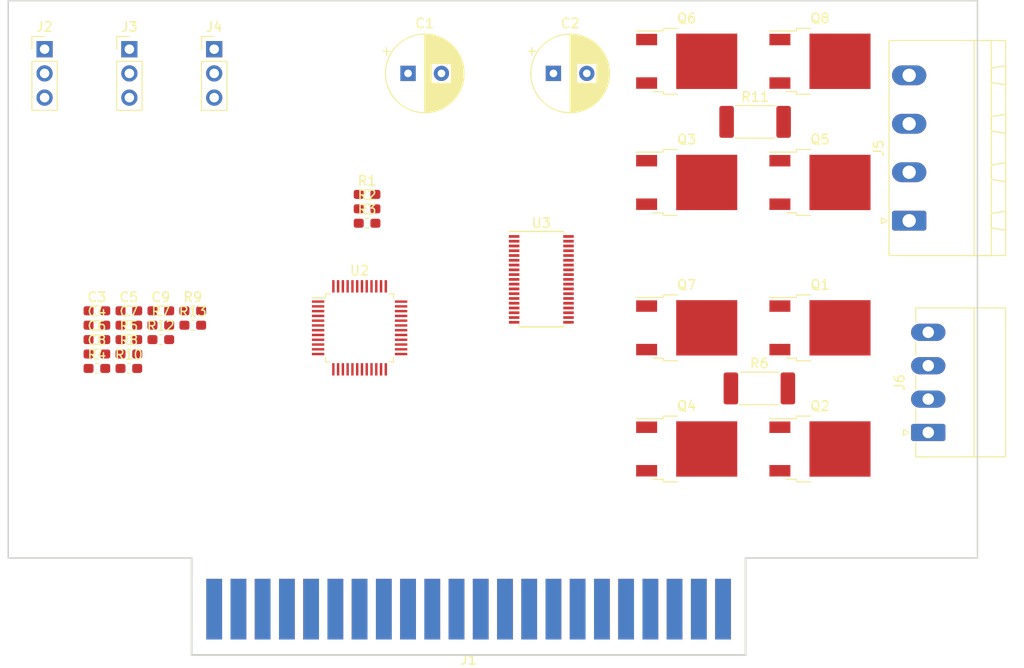
<source format=kicad_pcb>
(kicad_pcb (version 20171130) (host pcbnew 5.0.2-bee76a0~70~ubuntu18.04.1)

  (general
    (thickness 1.6)
    (drawings 8)
    (tracks 0)
    (zones 0)
    (modules 38)
    (nets 106)
  )

  (page A4)
  (layers
    (0 F.Cu signal)
    (31 B.Cu signal)
    (32 B.Adhes user)
    (33 F.Adhes user)
    (34 B.Paste user)
    (35 F.Paste user)
    (36 B.SilkS user)
    (37 F.SilkS user)
    (38 B.Mask user)
    (39 F.Mask user)
    (40 Dwgs.User user)
    (41 Cmts.User user)
    (42 Eco1.User user)
    (43 Eco2.User user)
    (44 Edge.Cuts user)
    (45 Margin user)
    (46 B.CrtYd user)
    (47 F.CrtYd user)
    (48 B.Fab user)
    (49 F.Fab user)
  )

  (setup
    (last_trace_width 0.25)
    (trace_clearance 0.2)
    (zone_clearance 0.508)
    (zone_45_only no)
    (trace_min 0.2)
    (segment_width 0.2)
    (edge_width 0.15)
    (via_size 0.8)
    (via_drill 0.4)
    (via_min_size 0.4)
    (via_min_drill 0.3)
    (uvia_size 0.3)
    (uvia_drill 0.1)
    (uvias_allowed no)
    (uvia_min_size 0.2)
    (uvia_min_drill 0.1)
    (pcb_text_width 0.3)
    (pcb_text_size 1.5 1.5)
    (mod_edge_width 0.15)
    (mod_text_size 1 1)
    (mod_text_width 0.15)
    (pad_size 1.524 1.524)
    (pad_drill 0.762)
    (pad_to_mask_clearance 0.051)
    (solder_mask_min_width 0.25)
    (aux_axis_origin 0 0)
    (visible_elements FFFFFF7F)
    (pcbplotparams
      (layerselection 0x010fc_ffffffff)
      (usegerberextensions false)
      (usegerberattributes false)
      (usegerberadvancedattributes false)
      (creategerberjobfile false)
      (excludeedgelayer true)
      (linewidth 0.100000)
      (plotframeref false)
      (viasonmask false)
      (mode 1)
      (useauxorigin false)
      (hpglpennumber 1)
      (hpglpenspeed 20)
      (hpglpendiameter 15.000000)
      (psnegative false)
      (psa4output false)
      (plotreference true)
      (plotvalue true)
      (plotinvisibletext false)
      (padsonsilk false)
      (subtractmaskfromsilk false)
      (outputformat 1)
      (mirror false)
      (drillshape 0)
      (scaleselection 1)
      (outputdirectory "output/"))
  )

  (net 0 "")
  (net 1 +3V3)
  (net 2 "Net-(J2-Pad2)")
  (net 3 GND)
  (net 4 "Net-(J3-Pad2)")
  (net 5 "Net-(J4-Pad2)")
  (net 6 "Net-(J5-Pad1)")
  (net 7 "Net-(J5-Pad2)")
  (net 8 "Net-(J5-Pad3)")
  (net 9 "Net-(J5-Pad4)")
  (net 10 AXIS_SELECT_X)
  (net 11 AXIS_SELECT_Y)
  (net 12 AXIS_SELECT_Z)
  (net 13 I2C_SDA)
  (net 14 I2C_SCL)
  (net 15 I2C_ADD0)
  (net 16 I2C_ADD1)
  (net 17 I2C_ADD2)
  (net 18 CARD_ENABLE)
  (net 19 CARD_STATUS)
  (net 20 "Net-(U2-Pad1)")
  (net 21 "Net-(U2-Pad2)")
  (net 22 "Net-(U2-Pad3)")
  (net 23 "Net-(U2-Pad4)")
  (net 24 "Net-(U2-Pad5)")
  (net 25 "Net-(U2-Pad6)")
  (net 26 "Net-(U2-Pad7)")
  (net 27 "Net-(U2-Pad8)")
  (net 28 "Net-(U2-Pad9)")
  (net 29 "Net-(U2-Pad18)")
  (net 30 "Net-(U2-Pad19)")
  (net 31 "Net-(U2-Pad20)")
  (net 32 "Net-(U2-Pad21)")
  (net 33 "Net-(U2-Pad22)")
  (net 34 "Net-(U2-Pad23)")
  (net 35 "Net-(U2-Pad24)")
  (net 36 "Net-(U2-Pad25)")
  (net 37 "Net-(U2-Pad26)")
  (net 38 "Net-(U2-Pad31)")
  (net 39 "Net-(U2-Pad32)")
  (net 40 "Net-(U2-Pad33)")
  (net 41 "Net-(U2-Pad34)")
  (net 42 "Net-(U2-Pad35)")
  (net 43 "Net-(U2-Pad36)")
  (net 44 "Net-(U2-Pad37)")
  (net 45 "Net-(U2-Pad38)")
  (net 46 "Net-(U2-Pad39)")
  (net 47 "Net-(U2-Pad40)")
  (net 48 "Net-(U2-Pad41)")
  (net 49 "Net-(U2-Pad42)")
  (net 50 "Net-(U2-Pad43)")
  (net 51 "Net-(U2-Pad44)")
  (net 52 "Net-(U2-Pad45)")
  (net 53 "Net-(U2-Pad46)")
  (net 54 "Net-(U2-Pad47)")
  (net 55 "Net-(U2-Pad48)")
  (net 56 +24V)
  (net 57 +5V)
  (net 58 "Net-(J1-Pad16)")
  (net 59 "Net-(J1-Pad17)")
  (net 60 "Net-(J1-Pad18)")
  (net 61 "Net-(J1-Pad19)")
  (net 62 "Net-(J1-Pad20)")
  (net 63 SPI_SCK)
  (net 64 SPI_MISO)
  (net 65 SPI_MOSI)
  (net 66 SPI_CS)
  (net 67 "Net-(J1-Pad35)")
  (net 68 "Net-(J1-Pad36)")
  (net 69 "Net-(J1-Pad37)")
  (net 70 "Net-(J1-Pad38)")
  (net 71 "Net-(J1-Pad39)")
  (net 72 "Net-(J1-Pad40)")
  (net 73 "Net-(J1-Pad41)")
  (net 74 AXIS_LIMIT_SWITCH+)
  (net 75 AXIS_LIMIT_SWITCH-)
  (net 76 "Net-(U3-Pad8)")
  (net 77 "Net-(U3-Pad9)")
  (net 78 "Net-(U3-Pad10)")
  (net 79 "Net-(U3-Pad11)")
  (net 80 "Net-(U3-Pad12)")
  (net 81 "Net-(U3-Pad13)")
  (net 82 "Net-(C5-Pad1)")
  (net 83 "Net-(C6-Pad2)")
  (net 84 "Net-(C7-Pad1)")
  (net 85 "Net-(C8-Pad1)")
  (net 86 "Net-(C8-Pad2)")
  (net 87 "Net-(C9-Pad1)")
  (net 88 "Net-(Q1-Pad1)")
  (net 89 "Net-(R4-Pad2)")
  (net 90 "Net-(R5-Pad2)")
  (net 91 "Net-(Q2-Pad1)")
  (net 92 "Net-(Q3-Pad1)")
  (net 93 "Net-(R7-Pad2)")
  (net 94 "Net-(R8-Pad2)")
  (net 95 "Net-(Q4-Pad1)")
  (net 96 "Net-(R9-Pad2)")
  (net 97 "Net-(Q5-Pad1)")
  (net 98 "Net-(Q6-Pad1)")
  (net 99 "Net-(R10-Pad2)")
  (net 100 "Net-(R12-Pad2)")
  (net 101 "Net-(Q7-Pad1)")
  (net 102 "Net-(Q8-Pad1)")
  (net 103 "Net-(R13-Pad2)")
  (net 104 "Net-(Q2-Pad3)")
  (net 105 "Net-(Q6-Pad3)")

  (net_class Default "This is the default net class."
    (clearance 0.2)
    (trace_width 0.25)
    (via_dia 0.8)
    (via_drill 0.4)
    (uvia_dia 0.3)
    (uvia_drill 0.1)
    (add_net +24V)
    (add_net +3V3)
    (add_net +5V)
    (add_net AXIS_LIMIT_SWITCH+)
    (add_net AXIS_LIMIT_SWITCH-)
    (add_net AXIS_SELECT_X)
    (add_net AXIS_SELECT_Y)
    (add_net AXIS_SELECT_Z)
    (add_net CARD_ENABLE)
    (add_net CARD_STATUS)
    (add_net GND)
    (add_net I2C_ADD0)
    (add_net I2C_ADD1)
    (add_net I2C_ADD2)
    (add_net I2C_SCL)
    (add_net I2C_SDA)
    (add_net "Net-(C5-Pad1)")
    (add_net "Net-(C6-Pad2)")
    (add_net "Net-(C7-Pad1)")
    (add_net "Net-(C8-Pad1)")
    (add_net "Net-(C8-Pad2)")
    (add_net "Net-(C9-Pad1)")
    (add_net "Net-(J1-Pad16)")
    (add_net "Net-(J1-Pad17)")
    (add_net "Net-(J1-Pad18)")
    (add_net "Net-(J1-Pad19)")
    (add_net "Net-(J1-Pad20)")
    (add_net "Net-(J1-Pad35)")
    (add_net "Net-(J1-Pad36)")
    (add_net "Net-(J1-Pad37)")
    (add_net "Net-(J1-Pad38)")
    (add_net "Net-(J1-Pad39)")
    (add_net "Net-(J1-Pad40)")
    (add_net "Net-(J1-Pad41)")
    (add_net "Net-(J2-Pad2)")
    (add_net "Net-(J3-Pad2)")
    (add_net "Net-(J4-Pad2)")
    (add_net "Net-(J5-Pad1)")
    (add_net "Net-(J5-Pad2)")
    (add_net "Net-(J5-Pad3)")
    (add_net "Net-(J5-Pad4)")
    (add_net "Net-(Q1-Pad1)")
    (add_net "Net-(Q2-Pad1)")
    (add_net "Net-(Q2-Pad3)")
    (add_net "Net-(Q3-Pad1)")
    (add_net "Net-(Q4-Pad1)")
    (add_net "Net-(Q5-Pad1)")
    (add_net "Net-(Q6-Pad1)")
    (add_net "Net-(Q6-Pad3)")
    (add_net "Net-(Q7-Pad1)")
    (add_net "Net-(Q8-Pad1)")
    (add_net "Net-(R10-Pad2)")
    (add_net "Net-(R12-Pad2)")
    (add_net "Net-(R13-Pad2)")
    (add_net "Net-(R4-Pad2)")
    (add_net "Net-(R5-Pad2)")
    (add_net "Net-(R7-Pad2)")
    (add_net "Net-(R8-Pad2)")
    (add_net "Net-(R9-Pad2)")
    (add_net "Net-(U2-Pad1)")
    (add_net "Net-(U2-Pad18)")
    (add_net "Net-(U2-Pad19)")
    (add_net "Net-(U2-Pad2)")
    (add_net "Net-(U2-Pad20)")
    (add_net "Net-(U2-Pad21)")
    (add_net "Net-(U2-Pad22)")
    (add_net "Net-(U2-Pad23)")
    (add_net "Net-(U2-Pad24)")
    (add_net "Net-(U2-Pad25)")
    (add_net "Net-(U2-Pad26)")
    (add_net "Net-(U2-Pad3)")
    (add_net "Net-(U2-Pad31)")
    (add_net "Net-(U2-Pad32)")
    (add_net "Net-(U2-Pad33)")
    (add_net "Net-(U2-Pad34)")
    (add_net "Net-(U2-Pad35)")
    (add_net "Net-(U2-Pad36)")
    (add_net "Net-(U2-Pad37)")
    (add_net "Net-(U2-Pad38)")
    (add_net "Net-(U2-Pad39)")
    (add_net "Net-(U2-Pad4)")
    (add_net "Net-(U2-Pad40)")
    (add_net "Net-(U2-Pad41)")
    (add_net "Net-(U2-Pad42)")
    (add_net "Net-(U2-Pad43)")
    (add_net "Net-(U2-Pad44)")
    (add_net "Net-(U2-Pad45)")
    (add_net "Net-(U2-Pad46)")
    (add_net "Net-(U2-Pad47)")
    (add_net "Net-(U2-Pad48)")
    (add_net "Net-(U2-Pad5)")
    (add_net "Net-(U2-Pad6)")
    (add_net "Net-(U2-Pad7)")
    (add_net "Net-(U2-Pad8)")
    (add_net "Net-(U2-Pad9)")
    (add_net "Net-(U3-Pad10)")
    (add_net "Net-(U3-Pad11)")
    (add_net "Net-(U3-Pad12)")
    (add_net "Net-(U3-Pad13)")
    (add_net "Net-(U3-Pad8)")
    (add_net "Net-(U3-Pad9)")
    (add_net SPI_CS)
    (add_net SPI_MISO)
    (add_net SPI_MOSI)
    (add_net SPI_SCK)
  )

  (module Connector_PinHeader_2.54mm:PinHeader_1x03_P2.54mm_Vertical (layer F.Cu) (tedit 59FED5CC) (tstamp 5DADE8BB)
    (at 90.17 58.42)
    (descr "Through hole straight pin header, 1x03, 2.54mm pitch, single row")
    (tags "Through hole pin header THT 1x03 2.54mm single row")
    (path /5DAB901F)
    (fp_text reference J2 (at 0 -2.33) (layer F.SilkS)
      (effects (font (size 1 1) (thickness 0.15)))
    )
    (fp_text value Conn_01x03 (at 0 7.41) (layer F.Fab)
      (effects (font (size 1 1) (thickness 0.15)))
    )
    (fp_text user %R (at 0 2.54 90) (layer F.Fab)
      (effects (font (size 1 1) (thickness 0.15)))
    )
    (fp_line (start 1.8 -1.8) (end -1.8 -1.8) (layer F.CrtYd) (width 0.05))
    (fp_line (start 1.8 6.85) (end 1.8 -1.8) (layer F.CrtYd) (width 0.05))
    (fp_line (start -1.8 6.85) (end 1.8 6.85) (layer F.CrtYd) (width 0.05))
    (fp_line (start -1.8 -1.8) (end -1.8 6.85) (layer F.CrtYd) (width 0.05))
    (fp_line (start -1.33 -1.33) (end 0 -1.33) (layer F.SilkS) (width 0.12))
    (fp_line (start -1.33 0) (end -1.33 -1.33) (layer F.SilkS) (width 0.12))
    (fp_line (start -1.33 1.27) (end 1.33 1.27) (layer F.SilkS) (width 0.12))
    (fp_line (start 1.33 1.27) (end 1.33 6.41) (layer F.SilkS) (width 0.12))
    (fp_line (start -1.33 1.27) (end -1.33 6.41) (layer F.SilkS) (width 0.12))
    (fp_line (start -1.33 6.41) (end 1.33 6.41) (layer F.SilkS) (width 0.12))
    (fp_line (start -1.27 -0.635) (end -0.635 -1.27) (layer F.Fab) (width 0.1))
    (fp_line (start -1.27 6.35) (end -1.27 -0.635) (layer F.Fab) (width 0.1))
    (fp_line (start 1.27 6.35) (end -1.27 6.35) (layer F.Fab) (width 0.1))
    (fp_line (start 1.27 -1.27) (end 1.27 6.35) (layer F.Fab) (width 0.1))
    (fp_line (start -0.635 -1.27) (end 1.27 -1.27) (layer F.Fab) (width 0.1))
    (pad 3 thru_hole oval (at 0 5.08) (size 1.7 1.7) (drill 1) (layers *.Cu *.Mask)
      (net 3 GND))
    (pad 2 thru_hole oval (at 0 2.54) (size 1.7 1.7) (drill 1) (layers *.Cu *.Mask)
      (net 2 "Net-(J2-Pad2)"))
    (pad 1 thru_hole rect (at 0 0) (size 1.7 1.7) (drill 1) (layers *.Cu *.Mask)
      (net 1 +3V3))
    (model ${KISYS3DMOD}/Connector_PinHeader_2.54mm.3dshapes/PinHeader_1x03_P2.54mm_Vertical.wrl
      (at (xyz 0 0 0))
      (scale (xyz 1 1 1))
      (rotate (xyz 0 0 0))
    )
  )

  (module Connector_PinHeader_2.54mm:PinHeader_1x03_P2.54mm_Vertical (layer F.Cu) (tedit 59FED5CC) (tstamp 5DADE8D2)
    (at 99.06 58.42)
    (descr "Through hole straight pin header, 1x03, 2.54mm pitch, single row")
    (tags "Through hole pin header THT 1x03 2.54mm single row")
    (path /5DAB9545)
    (fp_text reference J3 (at 0 -2.33) (layer F.SilkS)
      (effects (font (size 1 1) (thickness 0.15)))
    )
    (fp_text value Conn_01x03 (at 0 7.41) (layer F.Fab)
      (effects (font (size 1 1) (thickness 0.15)))
    )
    (fp_text user %R (at 0 2.54 90) (layer F.Fab)
      (effects (font (size 1 1) (thickness 0.15)))
    )
    (fp_line (start 1.8 -1.8) (end -1.8 -1.8) (layer F.CrtYd) (width 0.05))
    (fp_line (start 1.8 6.85) (end 1.8 -1.8) (layer F.CrtYd) (width 0.05))
    (fp_line (start -1.8 6.85) (end 1.8 6.85) (layer F.CrtYd) (width 0.05))
    (fp_line (start -1.8 -1.8) (end -1.8 6.85) (layer F.CrtYd) (width 0.05))
    (fp_line (start -1.33 -1.33) (end 0 -1.33) (layer F.SilkS) (width 0.12))
    (fp_line (start -1.33 0) (end -1.33 -1.33) (layer F.SilkS) (width 0.12))
    (fp_line (start -1.33 1.27) (end 1.33 1.27) (layer F.SilkS) (width 0.12))
    (fp_line (start 1.33 1.27) (end 1.33 6.41) (layer F.SilkS) (width 0.12))
    (fp_line (start -1.33 1.27) (end -1.33 6.41) (layer F.SilkS) (width 0.12))
    (fp_line (start -1.33 6.41) (end 1.33 6.41) (layer F.SilkS) (width 0.12))
    (fp_line (start -1.27 -0.635) (end -0.635 -1.27) (layer F.Fab) (width 0.1))
    (fp_line (start -1.27 6.35) (end -1.27 -0.635) (layer F.Fab) (width 0.1))
    (fp_line (start 1.27 6.35) (end -1.27 6.35) (layer F.Fab) (width 0.1))
    (fp_line (start 1.27 -1.27) (end 1.27 6.35) (layer F.Fab) (width 0.1))
    (fp_line (start -0.635 -1.27) (end 1.27 -1.27) (layer F.Fab) (width 0.1))
    (pad 3 thru_hole oval (at 0 5.08) (size 1.7 1.7) (drill 1) (layers *.Cu *.Mask)
      (net 3 GND))
    (pad 2 thru_hole oval (at 0 2.54) (size 1.7 1.7) (drill 1) (layers *.Cu *.Mask)
      (net 4 "Net-(J3-Pad2)"))
    (pad 1 thru_hole rect (at 0 0) (size 1.7 1.7) (drill 1) (layers *.Cu *.Mask)
      (net 1 +3V3))
    (model ${KISYS3DMOD}/Connector_PinHeader_2.54mm.3dshapes/PinHeader_1x03_P2.54mm_Vertical.wrl
      (at (xyz 0 0 0))
      (scale (xyz 1 1 1))
      (rotate (xyz 0 0 0))
    )
  )

  (module Connector_PinHeader_2.54mm:PinHeader_1x03_P2.54mm_Vertical (layer F.Cu) (tedit 59FED5CC) (tstamp 5DADE8E9)
    (at 107.95 58.42)
    (descr "Through hole straight pin header, 1x03, 2.54mm pitch, single row")
    (tags "Through hole pin header THT 1x03 2.54mm single row")
    (path /5DAB961B)
    (fp_text reference J4 (at 0 -2.33) (layer F.SilkS)
      (effects (font (size 1 1) (thickness 0.15)))
    )
    (fp_text value Conn_01x03 (at 0 7.41) (layer F.Fab)
      (effects (font (size 1 1) (thickness 0.15)))
    )
    (fp_text user %R (at 0 2.54 90) (layer F.Fab)
      (effects (font (size 1 1) (thickness 0.15)))
    )
    (fp_line (start 1.8 -1.8) (end -1.8 -1.8) (layer F.CrtYd) (width 0.05))
    (fp_line (start 1.8 6.85) (end 1.8 -1.8) (layer F.CrtYd) (width 0.05))
    (fp_line (start -1.8 6.85) (end 1.8 6.85) (layer F.CrtYd) (width 0.05))
    (fp_line (start -1.8 -1.8) (end -1.8 6.85) (layer F.CrtYd) (width 0.05))
    (fp_line (start -1.33 -1.33) (end 0 -1.33) (layer F.SilkS) (width 0.12))
    (fp_line (start -1.33 0) (end -1.33 -1.33) (layer F.SilkS) (width 0.12))
    (fp_line (start -1.33 1.27) (end 1.33 1.27) (layer F.SilkS) (width 0.12))
    (fp_line (start 1.33 1.27) (end 1.33 6.41) (layer F.SilkS) (width 0.12))
    (fp_line (start -1.33 1.27) (end -1.33 6.41) (layer F.SilkS) (width 0.12))
    (fp_line (start -1.33 6.41) (end 1.33 6.41) (layer F.SilkS) (width 0.12))
    (fp_line (start -1.27 -0.635) (end -0.635 -1.27) (layer F.Fab) (width 0.1))
    (fp_line (start -1.27 6.35) (end -1.27 -0.635) (layer F.Fab) (width 0.1))
    (fp_line (start 1.27 6.35) (end -1.27 6.35) (layer F.Fab) (width 0.1))
    (fp_line (start 1.27 -1.27) (end 1.27 6.35) (layer F.Fab) (width 0.1))
    (fp_line (start -0.635 -1.27) (end 1.27 -1.27) (layer F.Fab) (width 0.1))
    (pad 3 thru_hole oval (at 0 5.08) (size 1.7 1.7) (drill 1) (layers *.Cu *.Mask)
      (net 3 GND))
    (pad 2 thru_hole oval (at 0 2.54) (size 1.7 1.7) (drill 1) (layers *.Cu *.Mask)
      (net 5 "Net-(J4-Pad2)"))
    (pad 1 thru_hole rect (at 0 0) (size 1.7 1.7) (drill 1) (layers *.Cu *.Mask)
      (net 1 +3V3))
    (model ${KISYS3DMOD}/Connector_PinHeader_2.54mm.3dshapes/PinHeader_1x03_P2.54mm_Vertical.wrl
      (at (xyz 0 0 0))
      (scale (xyz 1 1 1))
      (rotate (xyz 0 0 0))
    )
  )

  (module Connector_Phoenix_MSTB:PhoenixContact_MSTBA_2,5_4-G-5,08_1x04_P5.08mm_Horizontal (layer F.Cu) (tedit 5B785047) (tstamp 5DADE917)
    (at 180.8 76.4 90)
    (descr "Generic Phoenix Contact connector footprint for: MSTBA_2,5/4-G-5,08; number of pins: 04; pin pitch: 5.08mm; Angled || order number: 1757268 12A || order number: 1923885 16A (HC)")
    (tags "phoenix_contact connector MSTBA_01x04_G_5.08mm")
    (path /5DAC796C)
    (fp_text reference J5 (at 7.62 -3.2 90) (layer F.SilkS)
      (effects (font (size 1 1) (thickness 0.15)))
    )
    (fp_text value Conn_01x04 (at 7.62 11.2 90) (layer F.Fab)
      (effects (font (size 1 1) (thickness 0.15)))
    )
    (fp_text user %R (at 7.62 -1.3 90) (layer F.Fab)
      (effects (font (size 1 1) (thickness 0.15)))
    )
    (fp_line (start 0 -0.5) (end -0.95 -2) (layer F.Fab) (width 0.1))
    (fp_line (start 0.95 -2) (end 0 -0.5) (layer F.Fab) (width 0.1))
    (fp_line (start -0.3 -2.91) (end 0.3 -2.91) (layer F.SilkS) (width 0.12))
    (fp_line (start 0 -2.31) (end -0.3 -2.91) (layer F.SilkS) (width 0.12))
    (fp_line (start 0.3 -2.91) (end 0 -2.31) (layer F.SilkS) (width 0.12))
    (fp_line (start 19.28 -2.5) (end -4.04 -2.5) (layer F.CrtYd) (width 0.05))
    (fp_line (start 19.28 10.5) (end 19.28 -2.5) (layer F.CrtYd) (width 0.05))
    (fp_line (start -4.04 10.5) (end 19.28 10.5) (layer F.CrtYd) (width 0.05))
    (fp_line (start -4.04 -2.5) (end -4.04 10.5) (layer F.CrtYd) (width 0.05))
    (fp_line (start 14.49 8.61) (end 14.24 10.11) (layer F.SilkS) (width 0.12))
    (fp_line (start 15.99 8.61) (end 14.49 8.61) (layer F.SilkS) (width 0.12))
    (fp_line (start 16.24 10.11) (end 15.99 8.61) (layer F.SilkS) (width 0.12))
    (fp_line (start 14.24 10.11) (end 16.24 10.11) (layer F.SilkS) (width 0.12))
    (fp_line (start 9.41 8.61) (end 9.16 10.11) (layer F.SilkS) (width 0.12))
    (fp_line (start 10.91 8.61) (end 9.41 8.61) (layer F.SilkS) (width 0.12))
    (fp_line (start 11.16 10.11) (end 10.91 8.61) (layer F.SilkS) (width 0.12))
    (fp_line (start 9.16 10.11) (end 11.16 10.11) (layer F.SilkS) (width 0.12))
    (fp_line (start 4.33 8.61) (end 4.08 10.11) (layer F.SilkS) (width 0.12))
    (fp_line (start 5.83 8.61) (end 4.33 8.61) (layer F.SilkS) (width 0.12))
    (fp_line (start 6.08 10.11) (end 5.83 8.61) (layer F.SilkS) (width 0.12))
    (fp_line (start 4.08 10.11) (end 6.08 10.11) (layer F.SilkS) (width 0.12))
    (fp_line (start -0.75 8.61) (end -1 10.11) (layer F.SilkS) (width 0.12))
    (fp_line (start 0.75 8.61) (end -0.75 8.61) (layer F.SilkS) (width 0.12))
    (fp_line (start 1 10.11) (end 0.75 8.61) (layer F.SilkS) (width 0.12))
    (fp_line (start -1 10.11) (end 1 10.11) (layer F.SilkS) (width 0.12))
    (fp_line (start 18.89 8.61) (end -3.65 8.61) (layer F.SilkS) (width 0.12))
    (fp_line (start 18.89 6.81) (end 18.89 8.61) (layer F.SilkS) (width 0.12))
    (fp_line (start -3.65 6.81) (end 18.89 6.81) (layer F.SilkS) (width 0.12))
    (fp_line (start -3.65 8.61) (end -3.65 6.81) (layer F.SilkS) (width 0.12))
    (fp_line (start 18.78 -2) (end -3.54 -2) (layer F.Fab) (width 0.1))
    (fp_line (start 18.78 10) (end 18.78 -2) (layer F.Fab) (width 0.1))
    (fp_line (start -3.54 10) (end 18.78 10) (layer F.Fab) (width 0.1))
    (fp_line (start -3.54 -2) (end -3.54 10) (layer F.Fab) (width 0.1))
    (fp_line (start 18.89 -2.11) (end -3.65 -2.11) (layer F.SilkS) (width 0.12))
    (fp_line (start 18.89 10.11) (end 18.89 -2.11) (layer F.SilkS) (width 0.12))
    (fp_line (start -3.65 10.11) (end 18.89 10.11) (layer F.SilkS) (width 0.12))
    (fp_line (start -3.65 -2.11) (end -3.65 10.11) (layer F.SilkS) (width 0.12))
    (pad 4 thru_hole oval (at 15.24 0 90) (size 2.08 3.6) (drill 1.4) (layers *.Cu *.Mask)
      (net 9 "Net-(J5-Pad4)"))
    (pad 3 thru_hole oval (at 10.16 0 90) (size 2.08 3.6) (drill 1.4) (layers *.Cu *.Mask)
      (net 8 "Net-(J5-Pad3)"))
    (pad 2 thru_hole oval (at 5.08 0 90) (size 2.08 3.6) (drill 1.4) (layers *.Cu *.Mask)
      (net 7 "Net-(J5-Pad2)"))
    (pad 1 thru_hole roundrect (at 0 0 90) (size 2.08 3.6) (drill 1.4) (layers *.Cu *.Mask) (roundrect_rratio 0.120192)
      (net 6 "Net-(J5-Pad1)"))
    (model ${KISYS3DMOD}/Connector_Phoenix_MSTB.3dshapes/PhoenixContact_MSTBA_2,5_4-G-5,08_1x04_P5.08mm_Horizontal.wrl
      (at (xyz 0 0 0))
      (scale (xyz 1 1 1))
      (rotate (xyz 0 0 0))
    )
  )

  (module Connector_Phoenix_MC:PhoenixContact_MC_1,5_4-G-3.5_1x04_P3.50mm_Horizontal (layer F.Cu) (tedit 5B784ED0) (tstamp 5DADE936)
    (at 182.8 98.6 90)
    (descr "Generic Phoenix Contact connector footprint for: MC_1,5/4-G-3.5; number of pins: 04; pin pitch: 3.50mm; Angled || order number: 1844236 8A 160V")
    (tags "phoenix_contact connector MC_01x04_G_3.5mm")
    (path /5DAC7A59)
    (fp_text reference J6 (at 5.25 -3 90) (layer F.SilkS)
      (effects (font (size 1 1) (thickness 0.15)))
    )
    (fp_text value Conn_01x04 (at 5.25 9.2 90) (layer F.Fab)
      (effects (font (size 1 1) (thickness 0.15)))
    )
    (fp_text user %R (at 5.25 -0.5 90) (layer F.Fab)
      (effects (font (size 1 1) (thickness 0.15)))
    )
    (fp_line (start 0 0) (end -0.8 -1.2) (layer F.Fab) (width 0.1))
    (fp_line (start 0.8 -1.2) (end 0 0) (layer F.Fab) (width 0.1))
    (fp_line (start -0.3 -2.6) (end 0.3 -2.6) (layer F.SilkS) (width 0.12))
    (fp_line (start 0 -2) (end -0.3 -2.6) (layer F.SilkS) (width 0.12))
    (fp_line (start 0.3 -2.6) (end 0 -2) (layer F.SilkS) (width 0.12))
    (fp_line (start 13.45 -2.3) (end -3.06 -2.3) (layer F.CrtYd) (width 0.05))
    (fp_line (start 13.45 8.5) (end 13.45 -2.3) (layer F.CrtYd) (width 0.05))
    (fp_line (start -3.06 8.5) (end 13.45 8.5) (layer F.CrtYd) (width 0.05))
    (fp_line (start -3.06 -2.3) (end -3.06 8.5) (layer F.CrtYd) (width 0.05))
    (fp_line (start -2.56 4.8) (end 13.06 4.8) (layer F.SilkS) (width 0.12))
    (fp_line (start 12.95 -1.2) (end -2.45 -1.2) (layer F.Fab) (width 0.1))
    (fp_line (start 12.95 8) (end 12.95 -1.2) (layer F.Fab) (width 0.1))
    (fp_line (start -2.45 8) (end 12.95 8) (layer F.Fab) (width 0.1))
    (fp_line (start -2.45 -1.2) (end -2.45 8) (layer F.Fab) (width 0.1))
    (fp_line (start 8.05 -1.31) (end 9.45 -1.31) (layer F.SilkS) (width 0.12))
    (fp_line (start 4.55 -1.31) (end 5.95 -1.31) (layer F.SilkS) (width 0.12))
    (fp_line (start 1.05 -1.31) (end 2.45 -1.31) (layer F.SilkS) (width 0.12))
    (fp_line (start 13.06 -1.31) (end 11.55 -1.31) (layer F.SilkS) (width 0.12))
    (fp_line (start -2.56 -1.31) (end -1.05 -1.31) (layer F.SilkS) (width 0.12))
    (fp_line (start 13.06 8.11) (end 13.06 -1.31) (layer F.SilkS) (width 0.12))
    (fp_line (start -2.56 8.11) (end 13.06 8.11) (layer F.SilkS) (width 0.12))
    (fp_line (start -2.56 -1.31) (end -2.56 8.11) (layer F.SilkS) (width 0.12))
    (pad 4 thru_hole oval (at 10.5 0 90) (size 1.8 3.6) (drill 1.2) (layers *.Cu *.Mask)
      (net 75 AXIS_LIMIT_SWITCH-))
    (pad 3 thru_hole oval (at 7 0 90) (size 1.8 3.6) (drill 1.2) (layers *.Cu *.Mask)
      (net 1 +3V3))
    (pad 2 thru_hole oval (at 3.5 0 90) (size 1.8 3.6) (drill 1.2) (layers *.Cu *.Mask)
      (net 74 AXIS_LIMIT_SWITCH+))
    (pad 1 thru_hole roundrect (at 0 0 90) (size 1.8 3.6) (drill 1.2) (layers *.Cu *.Mask) (roundrect_rratio 0.138889)
      (net 1 +3V3))
    (model ${KISYS3DMOD}/Connector_Phoenix_MC.3dshapes/PhoenixContact_MC_1,5_4-G-3.5_1x04_P3.50mm_Horizontal.wrl
      (at (xyz 0 0 0))
      (scale (xyz 1 1 1))
      (rotate (xyz 0 0 0))
    )
  )

  (module Resistor_SMD:R_0603_1608Metric_Pad1.05x0.95mm_HandSolder (layer F.Cu) (tedit 5B301BBD) (tstamp 5DADE947)
    (at 123.975001 73.645001)
    (descr "Resistor SMD 0603 (1608 Metric), square (rectangular) end terminal, IPC_7351 nominal with elongated pad for handsoldering. (Body size source: http://www.tortai-tech.com/upload/download/2011102023233369053.pdf), generated with kicad-footprint-generator")
    (tags "resistor handsolder")
    (path /5DAB9099)
    (attr smd)
    (fp_text reference R1 (at 0 -1.43) (layer F.SilkS)
      (effects (font (size 1 1) (thickness 0.15)))
    )
    (fp_text value 10K (at 0 1.43) (layer F.Fab)
      (effects (font (size 1 1) (thickness 0.15)))
    )
    (fp_text user %R (at 0 0) (layer F.Fab)
      (effects (font (size 0.4 0.4) (thickness 0.06)))
    )
    (fp_line (start 1.65 0.73) (end -1.65 0.73) (layer F.CrtYd) (width 0.05))
    (fp_line (start 1.65 -0.73) (end 1.65 0.73) (layer F.CrtYd) (width 0.05))
    (fp_line (start -1.65 -0.73) (end 1.65 -0.73) (layer F.CrtYd) (width 0.05))
    (fp_line (start -1.65 0.73) (end -1.65 -0.73) (layer F.CrtYd) (width 0.05))
    (fp_line (start -0.171267 0.51) (end 0.171267 0.51) (layer F.SilkS) (width 0.12))
    (fp_line (start -0.171267 -0.51) (end 0.171267 -0.51) (layer F.SilkS) (width 0.12))
    (fp_line (start 0.8 0.4) (end -0.8 0.4) (layer F.Fab) (width 0.1))
    (fp_line (start 0.8 -0.4) (end 0.8 0.4) (layer F.Fab) (width 0.1))
    (fp_line (start -0.8 -0.4) (end 0.8 -0.4) (layer F.Fab) (width 0.1))
    (fp_line (start -0.8 0.4) (end -0.8 -0.4) (layer F.Fab) (width 0.1))
    (pad 2 smd roundrect (at 0.875 0) (size 1.05 0.95) (layers F.Cu F.Paste F.Mask) (roundrect_rratio 0.25)
      (net 10 AXIS_SELECT_X))
    (pad 1 smd roundrect (at -0.875 0) (size 1.05 0.95) (layers F.Cu F.Paste F.Mask) (roundrect_rratio 0.25)
      (net 2 "Net-(J2-Pad2)"))
    (model ${KISYS3DMOD}/Resistor_SMD.3dshapes/R_0603_1608Metric.wrl
      (at (xyz 0 0 0))
      (scale (xyz 1 1 1))
      (rotate (xyz 0 0 0))
    )
  )

  (module Resistor_SMD:R_0603_1608Metric_Pad1.05x0.95mm_HandSolder (layer F.Cu) (tedit 5B301BBD) (tstamp 5DADE958)
    (at 123.975001 75.155001)
    (descr "Resistor SMD 0603 (1608 Metric), square (rectangular) end terminal, IPC_7351 nominal with elongated pad for handsoldering. (Body size source: http://www.tortai-tech.com/upload/download/2011102023233369053.pdf), generated with kicad-footprint-generator")
    (tags "resistor handsolder")
    (path /5DAB954B)
    (attr smd)
    (fp_text reference R2 (at 0 -1.43) (layer F.SilkS)
      (effects (font (size 1 1) (thickness 0.15)))
    )
    (fp_text value 10K (at 0 1.43) (layer F.Fab)
      (effects (font (size 1 1) (thickness 0.15)))
    )
    (fp_text user %R (at 0 0) (layer F.Fab)
      (effects (font (size 0.4 0.4) (thickness 0.06)))
    )
    (fp_line (start 1.65 0.73) (end -1.65 0.73) (layer F.CrtYd) (width 0.05))
    (fp_line (start 1.65 -0.73) (end 1.65 0.73) (layer F.CrtYd) (width 0.05))
    (fp_line (start -1.65 -0.73) (end 1.65 -0.73) (layer F.CrtYd) (width 0.05))
    (fp_line (start -1.65 0.73) (end -1.65 -0.73) (layer F.CrtYd) (width 0.05))
    (fp_line (start -0.171267 0.51) (end 0.171267 0.51) (layer F.SilkS) (width 0.12))
    (fp_line (start -0.171267 -0.51) (end 0.171267 -0.51) (layer F.SilkS) (width 0.12))
    (fp_line (start 0.8 0.4) (end -0.8 0.4) (layer F.Fab) (width 0.1))
    (fp_line (start 0.8 -0.4) (end 0.8 0.4) (layer F.Fab) (width 0.1))
    (fp_line (start -0.8 -0.4) (end 0.8 -0.4) (layer F.Fab) (width 0.1))
    (fp_line (start -0.8 0.4) (end -0.8 -0.4) (layer F.Fab) (width 0.1))
    (pad 2 smd roundrect (at 0.875 0) (size 1.05 0.95) (layers F.Cu F.Paste F.Mask) (roundrect_rratio 0.25)
      (net 11 AXIS_SELECT_Y))
    (pad 1 smd roundrect (at -0.875 0) (size 1.05 0.95) (layers F.Cu F.Paste F.Mask) (roundrect_rratio 0.25)
      (net 4 "Net-(J3-Pad2)"))
    (model ${KISYS3DMOD}/Resistor_SMD.3dshapes/R_0603_1608Metric.wrl
      (at (xyz 0 0 0))
      (scale (xyz 1 1 1))
      (rotate (xyz 0 0 0))
    )
  )

  (module Resistor_SMD:R_0603_1608Metric_Pad1.05x0.95mm_HandSolder (layer F.Cu) (tedit 5B301BBD) (tstamp 5DADE969)
    (at 123.975001 76.665001)
    (descr "Resistor SMD 0603 (1608 Metric), square (rectangular) end terminal, IPC_7351 nominal with elongated pad for handsoldering. (Body size source: http://www.tortai-tech.com/upload/download/2011102023233369053.pdf), generated with kicad-footprint-generator")
    (tags "resistor handsolder")
    (path /5DAB9621)
    (attr smd)
    (fp_text reference R3 (at 0 -1.43) (layer F.SilkS)
      (effects (font (size 1 1) (thickness 0.15)))
    )
    (fp_text value 10K (at 0 1.43) (layer F.Fab)
      (effects (font (size 1 1) (thickness 0.15)))
    )
    (fp_text user %R (at 0 0) (layer F.Fab)
      (effects (font (size 0.4 0.4) (thickness 0.06)))
    )
    (fp_line (start 1.65 0.73) (end -1.65 0.73) (layer F.CrtYd) (width 0.05))
    (fp_line (start 1.65 -0.73) (end 1.65 0.73) (layer F.CrtYd) (width 0.05))
    (fp_line (start -1.65 -0.73) (end 1.65 -0.73) (layer F.CrtYd) (width 0.05))
    (fp_line (start -1.65 0.73) (end -1.65 -0.73) (layer F.CrtYd) (width 0.05))
    (fp_line (start -0.171267 0.51) (end 0.171267 0.51) (layer F.SilkS) (width 0.12))
    (fp_line (start -0.171267 -0.51) (end 0.171267 -0.51) (layer F.SilkS) (width 0.12))
    (fp_line (start 0.8 0.4) (end -0.8 0.4) (layer F.Fab) (width 0.1))
    (fp_line (start 0.8 -0.4) (end 0.8 0.4) (layer F.Fab) (width 0.1))
    (fp_line (start -0.8 -0.4) (end 0.8 -0.4) (layer F.Fab) (width 0.1))
    (fp_line (start -0.8 0.4) (end -0.8 -0.4) (layer F.Fab) (width 0.1))
    (pad 2 smd roundrect (at 0.875 0) (size 1.05 0.95) (layers F.Cu F.Paste F.Mask) (roundrect_rratio 0.25)
      (net 12 AXIS_SELECT_Z))
    (pad 1 smd roundrect (at -0.875 0) (size 1.05 0.95) (layers F.Cu F.Paste F.Mask) (roundrect_rratio 0.25)
      (net 5 "Net-(J4-Pad2)"))
    (model ${KISYS3DMOD}/Resistor_SMD.3dshapes/R_0603_1608Metric.wrl
      (at (xyz 0 0 0))
      (scale (xyz 1 1 1))
      (rotate (xyz 0 0 0))
    )
  )

  (module Package_QFP:LQFP-48_7x7mm_P0.5mm (layer F.Cu) (tedit 5A5E2375) (tstamp 5DADE9E4)
    (at 123.19 87.63)
    (descr "48 LEAD LQFP 7x7mm (see MICREL LQFP7x7-48LD-PL-1.pdf)")
    (tags "QFP 0.5")
    (path /5DAB8B9E)
    (attr smd)
    (fp_text reference U2 (at 0 -6) (layer F.SilkS)
      (effects (font (size 1 1) (thickness 0.15)))
    )
    (fp_text value STM32F030C8Tx (at 0 6) (layer F.Fab)
      (effects (font (size 1 1) (thickness 0.15)))
    )
    (fp_line (start -3.13 -3.75) (end -3.75 -3.75) (layer F.CrtYd) (width 0.05))
    (fp_line (start -3.75 -3.13) (end -3.75 -3.75) (layer F.CrtYd) (width 0.05))
    (fp_line (start -3.13 3.75) (end -3.75 3.75) (layer F.CrtYd) (width 0.05))
    (fp_line (start -3.75 3.13) (end -3.75 3.75) (layer F.CrtYd) (width 0.05))
    (fp_line (start 3.75 -3.13) (end 3.75 -3.75) (layer F.CrtYd) (width 0.05))
    (fp_line (start 3.13 -3.75) (end 3.75 -3.75) (layer F.CrtYd) (width 0.05))
    (fp_line (start -3.13 3.75) (end -3.13 5.25) (layer F.CrtYd) (width 0.05))
    (fp_line (start -3.75 3.13) (end -5.25 3.13) (layer F.CrtYd) (width 0.05))
    (fp_line (start -3.75 -3.13) (end -5.25 -3.13) (layer F.CrtYd) (width 0.05))
    (fp_line (start -3.13 -3.75) (end -3.13 -5.25) (layer F.CrtYd) (width 0.05))
    (fp_line (start 3.13 -3.75) (end 3.13 -5.25) (layer F.CrtYd) (width 0.05))
    (fp_line (start 3.75 -3.13) (end 5.25 -3.13) (layer F.CrtYd) (width 0.05))
    (fp_line (start 3.75 3.13) (end 5.25 3.13) (layer F.CrtYd) (width 0.05))
    (fp_line (start -3.56 3.56) (end -3.14 3.56) (layer F.SilkS) (width 0.12))
    (fp_line (start -3.56 -3.56) (end -3.56 -3.14) (layer F.SilkS) (width 0.12))
    (fp_line (start -3.56 -3.14) (end -4.94 -3.14) (layer F.SilkS) (width 0.12))
    (fp_line (start 3.56 -3.56) (end 3.14 -3.56) (layer F.SilkS) (width 0.12))
    (fp_line (start 3.56 3.56) (end 3.14 3.56) (layer F.SilkS) (width 0.12))
    (fp_line (start -3.56 -3.56) (end -3.14 -3.56) (layer F.SilkS) (width 0.12))
    (fp_line (start -3.56 3.56) (end -3.56 3.14) (layer F.SilkS) (width 0.12))
    (fp_line (start 3.56 3.56) (end 3.56 3.14) (layer F.SilkS) (width 0.12))
    (fp_line (start 3.56 -3.56) (end 3.56 -3.14) (layer F.SilkS) (width 0.12))
    (fp_line (start -3.13 5.25) (end 3.13 5.25) (layer F.CrtYd) (width 0.05))
    (fp_line (start -3.13 -5.25) (end 3.13 -5.25) (layer F.CrtYd) (width 0.05))
    (fp_line (start 5.25 -3.13) (end 5.25 3.13) (layer F.CrtYd) (width 0.05))
    (fp_line (start -5.25 -3.13) (end -5.25 3.13) (layer F.CrtYd) (width 0.05))
    (fp_line (start -3.5 -2.5) (end -2.5 -3.5) (layer F.Fab) (width 0.1))
    (fp_line (start -3.5 3.5) (end -3.5 -2.5) (layer F.Fab) (width 0.1))
    (fp_line (start 3.5 3.5) (end -3.5 3.5) (layer F.Fab) (width 0.1))
    (fp_line (start 3.5 -3.5) (end 3.5 3.5) (layer F.Fab) (width 0.1))
    (fp_line (start -2.5 -3.5) (end 3.5 -3.5) (layer F.Fab) (width 0.1))
    (fp_text user %R (at 0 0) (layer F.Fab)
      (effects (font (size 1 1) (thickness 0.15)))
    )
    (fp_line (start 3.13 5.25) (end 3.13 3.75) (layer F.CrtYd) (width 0.05))
    (fp_line (start 3.75 3.13) (end 3.75 3.75) (layer F.CrtYd) (width 0.05))
    (fp_line (start 3.13 3.75) (end 3.75 3.75) (layer F.CrtYd) (width 0.05))
    (pad 48 smd rect (at -2.75 -4.35 90) (size 1.3 0.25) (layers F.Cu F.Paste F.Mask)
      (net 55 "Net-(U2-Pad48)"))
    (pad 47 smd rect (at -2.25 -4.35 90) (size 1.3 0.25) (layers F.Cu F.Paste F.Mask)
      (net 54 "Net-(U2-Pad47)"))
    (pad 46 smd rect (at -1.75 -4.35 90) (size 1.3 0.25) (layers F.Cu F.Paste F.Mask)
      (net 53 "Net-(U2-Pad46)"))
    (pad 45 smd rect (at -1.25 -4.35 90) (size 1.3 0.25) (layers F.Cu F.Paste F.Mask)
      (net 52 "Net-(U2-Pad45)"))
    (pad 44 smd rect (at -0.75 -4.35 90) (size 1.3 0.25) (layers F.Cu F.Paste F.Mask)
      (net 51 "Net-(U2-Pad44)"))
    (pad 43 smd rect (at -0.25 -4.35 90) (size 1.3 0.25) (layers F.Cu F.Paste F.Mask)
      (net 50 "Net-(U2-Pad43)"))
    (pad 42 smd rect (at 0.25 -4.35 90) (size 1.3 0.25) (layers F.Cu F.Paste F.Mask)
      (net 49 "Net-(U2-Pad42)"))
    (pad 41 smd rect (at 0.75 -4.35 90) (size 1.3 0.25) (layers F.Cu F.Paste F.Mask)
      (net 48 "Net-(U2-Pad41)"))
    (pad 40 smd rect (at 1.25 -4.35 90) (size 1.3 0.25) (layers F.Cu F.Paste F.Mask)
      (net 47 "Net-(U2-Pad40)"))
    (pad 39 smd rect (at 1.75 -4.35 90) (size 1.3 0.25) (layers F.Cu F.Paste F.Mask)
      (net 46 "Net-(U2-Pad39)"))
    (pad 38 smd rect (at 2.25 -4.35 90) (size 1.3 0.25) (layers F.Cu F.Paste F.Mask)
      (net 45 "Net-(U2-Pad38)"))
    (pad 37 smd rect (at 2.75 -4.35 90) (size 1.3 0.25) (layers F.Cu F.Paste F.Mask)
      (net 44 "Net-(U2-Pad37)"))
    (pad 36 smd rect (at 4.35 -2.75) (size 1.3 0.25) (layers F.Cu F.Paste F.Mask)
      (net 43 "Net-(U2-Pad36)"))
    (pad 35 smd rect (at 4.35 -2.25) (size 1.3 0.25) (layers F.Cu F.Paste F.Mask)
      (net 42 "Net-(U2-Pad35)"))
    (pad 34 smd rect (at 4.35 -1.75) (size 1.3 0.25) (layers F.Cu F.Paste F.Mask)
      (net 41 "Net-(U2-Pad34)"))
    (pad 33 smd rect (at 4.35 -1.25) (size 1.3 0.25) (layers F.Cu F.Paste F.Mask)
      (net 40 "Net-(U2-Pad33)"))
    (pad 32 smd rect (at 4.35 -0.75) (size 1.3 0.25) (layers F.Cu F.Paste F.Mask)
      (net 39 "Net-(U2-Pad32)"))
    (pad 31 smd rect (at 4.35 -0.25) (size 1.3 0.25) (layers F.Cu F.Paste F.Mask)
      (net 38 "Net-(U2-Pad31)"))
    (pad 30 smd rect (at 4.35 0.25) (size 1.3 0.25) (layers F.Cu F.Paste F.Mask)
      (net 12 AXIS_SELECT_Z))
    (pad 29 smd rect (at 4.35 0.75) (size 1.3 0.25) (layers F.Cu F.Paste F.Mask)
      (net 11 AXIS_SELECT_Y))
    (pad 28 smd rect (at 4.35 1.25) (size 1.3 0.25) (layers F.Cu F.Paste F.Mask)
      (net 74 AXIS_LIMIT_SWITCH+))
    (pad 27 smd rect (at 4.35 1.75) (size 1.3 0.25) (layers F.Cu F.Paste F.Mask)
      (net 75 AXIS_LIMIT_SWITCH-))
    (pad 26 smd rect (at 4.35 2.25) (size 1.3 0.25) (layers F.Cu F.Paste F.Mask)
      (net 37 "Net-(U2-Pad26)"))
    (pad 25 smd rect (at 4.35 2.75) (size 1.3 0.25) (layers F.Cu F.Paste F.Mask)
      (net 36 "Net-(U2-Pad25)"))
    (pad 24 smd rect (at 2.75 4.35 90) (size 1.3 0.25) (layers F.Cu F.Paste F.Mask)
      (net 35 "Net-(U2-Pad24)"))
    (pad 23 smd rect (at 2.25 4.35 90) (size 1.3 0.25) (layers F.Cu F.Paste F.Mask)
      (net 34 "Net-(U2-Pad23)"))
    (pad 22 smd rect (at 1.75 4.35 90) (size 1.3 0.25) (layers F.Cu F.Paste F.Mask)
      (net 33 "Net-(U2-Pad22)"))
    (pad 21 smd rect (at 1.25 4.35 90) (size 1.3 0.25) (layers F.Cu F.Paste F.Mask)
      (net 32 "Net-(U2-Pad21)"))
    (pad 20 smd rect (at 0.75 4.35 90) (size 1.3 0.25) (layers F.Cu F.Paste F.Mask)
      (net 31 "Net-(U2-Pad20)"))
    (pad 19 smd rect (at 0.25 4.35 90) (size 1.3 0.25) (layers F.Cu F.Paste F.Mask)
      (net 30 "Net-(U2-Pad19)"))
    (pad 18 smd rect (at -0.25 4.35 90) (size 1.3 0.25) (layers F.Cu F.Paste F.Mask)
      (net 29 "Net-(U2-Pad18)"))
    (pad 17 smd rect (at -0.75 4.35 90) (size 1.3 0.25) (layers F.Cu F.Paste F.Mask)
      (net 10 AXIS_SELECT_X))
    (pad 16 smd rect (at -1.25 4.35 90) (size 1.3 0.25) (layers F.Cu F.Paste F.Mask)
      (net 19 CARD_STATUS))
    (pad 15 smd rect (at -1.75 4.35 90) (size 1.3 0.25) (layers F.Cu F.Paste F.Mask)
      (net 18 CARD_ENABLE))
    (pad 14 smd rect (at -2.25 4.35 90) (size 1.3 0.25) (layers F.Cu F.Paste F.Mask)
      (net 17 I2C_ADD2))
    (pad 13 smd rect (at -2.75 4.35 90) (size 1.3 0.25) (layers F.Cu F.Paste F.Mask)
      (net 16 I2C_ADD1))
    (pad 12 smd rect (at -4.35 2.75) (size 1.3 0.25) (layers F.Cu F.Paste F.Mask)
      (net 15 I2C_ADD0))
    (pad 11 smd rect (at -4.35 2.25) (size 1.3 0.25) (layers F.Cu F.Paste F.Mask)
      (net 14 I2C_SCL))
    (pad 10 smd rect (at -4.35 1.75) (size 1.3 0.25) (layers F.Cu F.Paste F.Mask)
      (net 13 I2C_SDA))
    (pad 9 smd rect (at -4.35 1.25) (size 1.3 0.25) (layers F.Cu F.Paste F.Mask)
      (net 28 "Net-(U2-Pad9)"))
    (pad 8 smd rect (at -4.35 0.75) (size 1.3 0.25) (layers F.Cu F.Paste F.Mask)
      (net 27 "Net-(U2-Pad8)"))
    (pad 7 smd rect (at -4.35 0.25) (size 1.3 0.25) (layers F.Cu F.Paste F.Mask)
      (net 26 "Net-(U2-Pad7)"))
    (pad 6 smd rect (at -4.35 -0.25) (size 1.3 0.25) (layers F.Cu F.Paste F.Mask)
      (net 25 "Net-(U2-Pad6)"))
    (pad 5 smd rect (at -4.35 -0.75) (size 1.3 0.25) (layers F.Cu F.Paste F.Mask)
      (net 24 "Net-(U2-Pad5)"))
    (pad 4 smd rect (at -4.35 -1.25) (size 1.3 0.25) (layers F.Cu F.Paste F.Mask)
      (net 23 "Net-(U2-Pad4)"))
    (pad 3 smd rect (at -4.35 -1.75) (size 1.3 0.25) (layers F.Cu F.Paste F.Mask)
      (net 22 "Net-(U2-Pad3)"))
    (pad 2 smd rect (at -4.35 -2.25) (size 1.3 0.25) (layers F.Cu F.Paste F.Mask)
      (net 21 "Net-(U2-Pad2)"))
    (pad 1 smd rect (at -4.35 -2.75) (size 1.3 0.25) (layers F.Cu F.Paste F.Mask)
      (net 20 "Net-(U2-Pad1)"))
    (model ${KISYS3DMOD}/Package_QFP.3dshapes/LQFP-48_7x7mm_P0.5mm.wrl
      (at (xyz 0 0 0))
      (scale (xyz 1 1 1))
      (rotate (xyz 0 0 0))
    )
  )

  (module Card_Edge_Connectors_MDG:CARD_EDGE_5530843-4-44PIN (layer F.Cu) (tedit 5DAD1174) (tstamp 5DAD51A6)
    (at 134.62 121.92)
    (path /5DAB80F6)
    (attr smd)
    (fp_text reference J1 (at 0 0.5) (layer F.SilkS)
      (effects (font (size 1 1) (thickness 0.15)))
    )
    (fp_text value Conn_02x22_Top_Bottom (at 0 -0.5) (layer F.Fab)
      (effects (font (size 1 1) (thickness 0.15)))
    )
    (fp_line (start -27.94 0) (end 27.94 0) (layer F.SilkS) (width 0.15))
    (fp_line (start 29.0322 -10.16) (end 29.0322 0) (layer F.SilkS) (width 0.15))
    (fp_line (start -29.0322 -10.16) (end -29.0322 0) (layer F.SilkS) (width 0.15))
    (pad 44 smd rect (at -26.67 -4.8006) (size 1.651 6.35) (layers B.Cu B.Paste B.Mask)
      (net 3 GND))
    (pad 43 smd rect (at -24.13 -4.8006) (size 1.651 6.35) (layers B.Cu B.Paste B.Mask)
      (net 3 GND))
    (pad 42 smd rect (at -21.59 -4.8006) (size 1.651 6.35) (layers B.Cu B.Paste B.Mask)
      (net 62 "Net-(J1-Pad20)"))
    (pad 41 smd rect (at -19.05 -4.8006) (size 1.651 6.35) (layers B.Cu B.Paste B.Mask)
      (net 73 "Net-(J1-Pad41)"))
    (pad 40 smd rect (at -16.51 -4.8006) (size 1.651 6.35) (layers B.Cu B.Paste B.Mask)
      (net 72 "Net-(J1-Pad40)"))
    (pad 39 smd rect (at -13.97 -4.8006) (size 1.651 6.35) (layers B.Cu B.Paste B.Mask)
      (net 71 "Net-(J1-Pad39)"))
    (pad 38 smd rect (at -11.43 -4.8006) (size 1.651 6.35) (layers B.Cu B.Paste B.Mask)
      (net 70 "Net-(J1-Pad38)"))
    (pad 37 smd rect (at -8.89 -4.8006) (size 1.651 6.35) (layers B.Cu B.Paste B.Mask)
      (net 69 "Net-(J1-Pad37)"))
    (pad 36 smd rect (at -6.35 -4.8006) (size 1.651 6.35) (layers B.Cu B.Paste B.Mask)
      (net 68 "Net-(J1-Pad36)"))
    (pad 35 smd rect (at -3.81 -4.8006) (size 1.651 6.35) (layers B.Cu B.Paste B.Mask)
      (net 67 "Net-(J1-Pad35)"))
    (pad 34 smd rect (at -1.27 -4.8006) (size 1.651 6.35) (layers B.Cu B.Paste B.Mask)
      (net 66 SPI_CS))
    (pad 33 smd rect (at 1.27 -4.8006) (size 1.651 6.35) (layers B.Cu B.Paste B.Mask)
      (net 65 SPI_MOSI))
    (pad 32 smd rect (at 3.81 -4.8006) (size 1.651 6.35) (layers B.Cu B.Paste B.Mask)
      (net 64 SPI_MISO))
    (pad 31 smd rect (at 6.35 -4.8006) (size 1.651 6.35) (layers B.Cu B.Paste B.Mask)
      (net 63 SPI_SCK))
    (pad 30 smd rect (at 8.89 -4.8006) (size 1.651 6.35) (layers B.Cu B.Paste B.Mask)
      (net 3 GND))
    (pad 29 smd rect (at 11.43 -4.8006) (size 1.651 6.35) (layers B.Cu B.Paste B.Mask)
      (net 3 GND))
    (pad 28 smd rect (at 13.97 -4.8006) (size 1.651 6.35) (layers B.Cu B.Paste B.Mask)
      (net 1 +3V3))
    (pad 27 smd rect (at 16.51 -4.8006) (size 1.651 6.35) (layers B.Cu B.Paste B.Mask)
      (net 1 +3V3))
    (pad 26 smd rect (at 19.05 -4.8006) (size 1.651 6.35) (layers B.Cu B.Paste B.Mask)
      (net 57 +5V))
    (pad 25 smd rect (at 21.59 -4.8006) (size 1.651 6.35) (layers B.Cu B.Paste B.Mask)
      (net 57 +5V))
    (pad 24 smd rect (at 24.13 -4.8006) (size 1.651 6.35) (layers B.Cu B.Paste B.Mask)
      (net 56 +24V))
    (pad 22 smd rect (at -26.67 -4.8006) (size 1.651 6.35) (layers F.Cu F.Paste F.Mask)
      (net 3 GND))
    (pad 21 smd rect (at -24.13 -4.8006) (size 1.651 6.35) (layers F.Cu F.Paste F.Mask)
      (net 3 GND))
    (pad 20 smd rect (at -21.59 -4.8006) (size 1.651 6.35) (layers F.Cu F.Paste F.Mask)
      (net 62 "Net-(J1-Pad20)"))
    (pad 19 smd rect (at -19.05 -4.8006) (size 1.651 6.35) (layers F.Cu F.Paste F.Mask)
      (net 61 "Net-(J1-Pad19)"))
    (pad 18 smd rect (at -16.51 -4.8006) (size 1.651 6.35) (layers F.Cu F.Paste F.Mask)
      (net 60 "Net-(J1-Pad18)"))
    (pad 17 smd rect (at -13.97 -4.8006) (size 1.651 6.35) (layers F.Cu F.Paste F.Mask)
      (net 59 "Net-(J1-Pad17)"))
    (pad 16 smd rect (at -11.43 -4.8006) (size 1.651 6.35) (layers F.Cu F.Paste F.Mask)
      (net 58 "Net-(J1-Pad16)"))
    (pad 15 smd rect (at -8.89 -4.8006) (size 1.651 6.35) (layers F.Cu F.Paste F.Mask)
      (net 19 CARD_STATUS))
    (pad 14 smd rect (at -6.35 -4.8006) (size 1.651 6.35) (layers F.Cu F.Paste F.Mask)
      (net 18 CARD_ENABLE))
    (pad 13 smd rect (at -3.81 -4.8006) (size 1.651 6.35) (layers F.Cu F.Paste F.Mask)
      (net 17 I2C_ADD2))
    (pad 12 smd rect (at -1.27 -4.8006) (size 1.651 6.35) (layers F.Cu F.Paste F.Mask)
      (net 16 I2C_ADD1))
    (pad 11 smd rect (at 1.27 -4.8006) (size 1.651 6.35) (layers F.Cu F.Paste F.Mask)
      (net 15 I2C_ADD0))
    (pad 10 smd rect (at 3.81 -4.8006) (size 1.651 6.35) (layers F.Cu F.Paste F.Mask)
      (net 14 I2C_SCL))
    (pad 9 smd rect (at 6.35 -4.8006) (size 1.651 6.35) (layers F.Cu F.Paste F.Mask)
      (net 13 I2C_SDA))
    (pad 8 smd rect (at 8.89 -4.8006) (size 1.651 6.35) (layers F.Cu F.Paste F.Mask)
      (net 3 GND))
    (pad 7 smd rect (at 11.43 -4.8006) (size 1.651 6.35) (layers F.Cu F.Paste F.Mask)
      (net 3 GND))
    (pad 6 smd rect (at 13.97 -4.8006) (size 1.651 6.35) (layers F.Cu F.Paste F.Mask)
      (net 1 +3V3))
    (pad 5 smd rect (at 16.51 -4.8006) (size 1.651 6.35) (layers F.Cu F.Paste F.Mask)
      (net 1 +3V3))
    (pad 4 smd rect (at 19.05 -4.8006) (size 1.651 6.35) (layers F.Cu F.Paste F.Mask)
      (net 57 +5V))
    (pad 3 smd rect (at 21.59 -4.8006) (size 1.651 6.35) (layers F.Cu F.Paste F.Mask)
      (net 57 +5V))
    (pad 2 smd rect (at 24.13 -4.8006) (size 1.651 6.35) (layers F.Cu F.Paste F.Mask)
      (net 56 +24V))
    (pad 23 smd rect (at 26.67 -4.8006) (size 1.651 6.35) (layers B.Cu B.Paste B.Mask)
      (net 56 +24V))
    (pad 1 smd rect (at 26.67 -4.8006) (size 1.651 6.35) (layers F.Cu F.Paste F.Mask)
      (net 56 +24V))
  )

  (module Package_SO:TSSOP-38_4.4x9.7mm_P0.5mm (layer F.Cu) (tedit 5A02F25C) (tstamp 5DAD4363)
    (at 142.24 82.55)
    (descr "TSSOP38: plastic thin shrink small outline package; 38 leads; body width 4.4 mm (see NXP SSOP-TSSOP-VSO-REFLOW.pdf and sot510-1_po.pdf)")
    (tags "SSOP 0.5")
    (path /5DAC7D45)
    (attr smd)
    (fp_text reference U3 (at 0 -5.9) (layer F.SilkS)
      (effects (font (size 1 1) (thickness 0.15)))
    )
    (fp_text value DRV8711 (at 0 5.9) (layer F.Fab)
      (effects (font (size 1 1) (thickness 0.15)))
    )
    (fp_text user %R (at 0 0) (layer F.Fab)
      (effects (font (size 0.8 0.8) (thickness 0.15)))
    )
    (fp_line (start -2.325 4.975) (end 2.325 4.975) (layer F.SilkS) (width 0.15))
    (fp_line (start -3.4 -5.025) (end 2.325 -5.025) (layer F.SilkS) (width 0.15))
    (fp_line (start -2.325 4.975) (end -2.325 4.8675) (layer F.SilkS) (width 0.15))
    (fp_line (start 2.325 4.975) (end 2.325 4.8675) (layer F.SilkS) (width 0.15))
    (fp_line (start 2.325 -4.975) (end 2.325 -4.8675) (layer F.SilkS) (width 0.15))
    (fp_line (start -3.65 5.15) (end 3.65 5.15) (layer F.CrtYd) (width 0.05))
    (fp_line (start -3.65 -5.15) (end 3.65 -5.15) (layer F.CrtYd) (width 0.05))
    (fp_line (start 3.65 -5.15) (end 3.65 5.15) (layer F.CrtYd) (width 0.05))
    (fp_line (start -3.65 -5.15) (end -3.65 5.15) (layer F.CrtYd) (width 0.05))
    (fp_line (start -2.2 -3.85) (end -1.2 -4.85) (layer F.Fab) (width 0.15))
    (fp_line (start -2.2 4.85) (end -2.2 -3.85) (layer F.Fab) (width 0.15))
    (fp_line (start 2.2 4.85) (end -2.2 4.85) (layer F.Fab) (width 0.15))
    (fp_line (start 2.2 -4.85) (end 2.2 4.85) (layer F.Fab) (width 0.15))
    (fp_line (start -1.2 -4.85) (end 2.2 -4.85) (layer F.Fab) (width 0.15))
    (pad 38 smd rect (at 2.85 -4.5) (size 1.1 0.285) (layers F.Cu F.Paste F.Mask)
      (net 3 GND))
    (pad 37 smd rect (at 2.85 -4) (size 1.1 0.285) (layers F.Cu F.Paste F.Mask)
      (net 6 "Net-(J5-Pad1)"))
    (pad 36 smd rect (at 2.85 -3.5) (size 1.1 0.285) (layers F.Cu F.Paste F.Mask)
      (net 89 "Net-(R4-Pad2)"))
    (pad 35 smd rect (at 2.85 -3) (size 1.1 0.285) (layers F.Cu F.Paste F.Mask)
      (net 90 "Net-(R5-Pad2)"))
    (pad 34 smd rect (at 2.85 -2.5) (size 1.1 0.285) (layers F.Cu F.Paste F.Mask)
      (net 104 "Net-(Q2-Pad3)"))
    (pad 33 smd rect (at 2.85 -2) (size 1.1 0.285) (layers F.Cu F.Paste F.Mask)
      (net 3 GND))
    (pad 32 smd rect (at 2.85 -1.5) (size 1.1 0.285) (layers F.Cu F.Paste F.Mask)
      (net 93 "Net-(R7-Pad2)"))
    (pad 31 smd rect (at 2.85 -1) (size 1.1 0.285) (layers F.Cu F.Paste F.Mask)
      (net 94 "Net-(R8-Pad2)"))
    (pad 30 smd rect (at 2.85 -0.5) (size 1.1 0.285) (layers F.Cu F.Paste F.Mask)
      (net 7 "Net-(J5-Pad2)"))
    (pad 29 smd rect (at 2.85 0) (size 1.1 0.285) (layers F.Cu F.Paste F.Mask)
      (net 3 GND))
    (pad 28 smd rect (at 2.85 0.5) (size 1.1 0.285) (layers F.Cu F.Paste F.Mask)
      (net 8 "Net-(J5-Pad3)"))
    (pad 27 smd rect (at 2.85 1) (size 1.1 0.285) (layers F.Cu F.Paste F.Mask)
      (net 96 "Net-(R9-Pad2)"))
    (pad 26 smd rect (at 2.85 1.5) (size 1.1 0.285) (layers F.Cu F.Paste F.Mask)
      (net 99 "Net-(R10-Pad2)"))
    (pad 25 smd rect (at 2.85 2) (size 1.1 0.285) (layers F.Cu F.Paste F.Mask)
      (net 105 "Net-(Q6-Pad3)"))
    (pad 24 smd rect (at 2.85 2.5) (size 1.1 0.285) (layers F.Cu F.Paste F.Mask)
      (net 3 GND))
    (pad 23 smd rect (at 2.85 3) (size 1.1 0.285) (layers F.Cu F.Paste F.Mask)
      (net 100 "Net-(R12-Pad2)"))
    (pad 22 smd rect (at 2.85 3.5) (size 1.1 0.285) (layers F.Cu F.Paste F.Mask)
      (net 103 "Net-(R13-Pad2)"))
    (pad 21 smd rect (at 2.85 4) (size 1.1 0.285) (layers F.Cu F.Paste F.Mask)
      (net 9 "Net-(J5-Pad4)"))
    (pad 20 smd rect (at 2.85 4.5) (size 1.1 0.285) (layers F.Cu F.Paste F.Mask)
      (net 87 "Net-(C9-Pad1)"))
    (pad 19 smd rect (at -2.85 4.5) (size 1.1 0.285) (layers F.Cu F.Paste F.Mask)
      (net 45 "Net-(U2-Pad38)"))
    (pad 18 smd rect (at -2.85 4) (size 1.1 0.285) (layers F.Cu F.Paste F.Mask)
      (net 44 "Net-(U2-Pad37)"))
    (pad 17 smd rect (at -2.85 3.5) (size 1.1 0.285) (layers F.Cu F.Paste F.Mask)
      (net 64 SPI_MISO))
    (pad 16 smd rect (at -2.85 3) (size 1.1 0.285) (layers F.Cu F.Paste F.Mask)
      (net 66 SPI_CS))
    (pad 15 smd rect (at -2.85 2.5) (size 1.1 0.285) (layers F.Cu F.Paste F.Mask)
      (net 65 SPI_MOSI))
    (pad 14 smd rect (at -2.85 2) (size 1.1 0.285) (layers F.Cu F.Paste F.Mask)
      (net 63 SPI_SCK))
    (pad 13 smd rect (at -2.85 1.5) (size 1.1 0.285) (layers F.Cu F.Paste F.Mask)
      (net 81 "Net-(U3-Pad13)"))
    (pad 12 smd rect (at -2.85 1) (size 1.1 0.285) (layers F.Cu F.Paste F.Mask)
      (net 80 "Net-(U3-Pad12)"))
    (pad 11 smd rect (at -2.85 0.5) (size 1.1 0.285) (layers F.Cu F.Paste F.Mask)
      (net 79 "Net-(U3-Pad11)"))
    (pad 10 smd rect (at -2.85 0) (size 1.1 0.285) (layers F.Cu F.Paste F.Mask)
      (net 78 "Net-(U3-Pad10)"))
    (pad 9 smd rect (at -2.85 -0.5) (size 1.1 0.285) (layers F.Cu F.Paste F.Mask)
      (net 77 "Net-(U3-Pad9)"))
    (pad 8 smd rect (at -2.85 -1) (size 1.1 0.285) (layers F.Cu F.Paste F.Mask)
      (net 76 "Net-(U3-Pad8)"))
    (pad 7 smd rect (at -2.85 -1.5) (size 1.1 0.285) (layers F.Cu F.Paste F.Mask)
      (net 84 "Net-(C7-Pad1)"))
    (pad 6 smd rect (at -2.85 -2) (size 1.1 0.285) (layers F.Cu F.Paste F.Mask)
      (net 82 "Net-(C5-Pad1)"))
    (pad 5 smd rect (at -2.85 -2.5) (size 1.1 0.285) (layers F.Cu F.Paste F.Mask)
      (net 3 GND))
    (pad 4 smd rect (at -2.85 -3) (size 1.1 0.285) (layers F.Cu F.Paste F.Mask)
      (net 56 +24V))
    (pad 3 smd rect (at -2.85 -3.5) (size 1.1 0.285) (layers F.Cu F.Paste F.Mask)
      (net 83 "Net-(C6-Pad2)"))
    (pad 2 smd rect (at -2.85 -4) (size 1.1 0.285) (layers F.Cu F.Paste F.Mask)
      (net 86 "Net-(C8-Pad2)"))
    (pad 1 smd rect (at -2.85 -4.5) (size 1.1 0.285) (layers F.Cu F.Paste F.Mask)
      (net 85 "Net-(C8-Pad1)"))
    (model ${KISYS3DMOD}/Package_SO.3dshapes/TSSOP-38_4.4x9.7mm_P0.5mm.wrl
      (at (xyz 0 0 0))
      (scale (xyz 1 1 1))
      (rotate (xyz 0 0 0))
    )
  )

  (module Capacitor_SMD:C_0603_1608Metric_Pad1.05x0.95mm_HandSolder (layer F.Cu) (tedit 5B301BBE) (tstamp 5DAEF8FE)
    (at 95.655001 85.845001)
    (descr "Capacitor SMD 0603 (1608 Metric), square (rectangular) end terminal, IPC_7351 nominal with elongated pad for handsoldering. (Body size source: http://www.tortai-tech.com/upload/download/2011102023233369053.pdf), generated with kicad-footprint-generator")
    (tags "capacitor handsolder")
    (path /5DB434B8)
    (attr smd)
    (fp_text reference C3 (at 0 -1.43) (layer F.SilkS)
      (effects (font (size 1 1) (thickness 0.15)))
    )
    (fp_text value 0.1uF (at 0 1.43) (layer F.Fab)
      (effects (font (size 1 1) (thickness 0.15)))
    )
    (fp_line (start -0.8 0.4) (end -0.8 -0.4) (layer F.Fab) (width 0.1))
    (fp_line (start -0.8 -0.4) (end 0.8 -0.4) (layer F.Fab) (width 0.1))
    (fp_line (start 0.8 -0.4) (end 0.8 0.4) (layer F.Fab) (width 0.1))
    (fp_line (start 0.8 0.4) (end -0.8 0.4) (layer F.Fab) (width 0.1))
    (fp_line (start -0.171267 -0.51) (end 0.171267 -0.51) (layer F.SilkS) (width 0.12))
    (fp_line (start -0.171267 0.51) (end 0.171267 0.51) (layer F.SilkS) (width 0.12))
    (fp_line (start -1.65 0.73) (end -1.65 -0.73) (layer F.CrtYd) (width 0.05))
    (fp_line (start -1.65 -0.73) (end 1.65 -0.73) (layer F.CrtYd) (width 0.05))
    (fp_line (start 1.65 -0.73) (end 1.65 0.73) (layer F.CrtYd) (width 0.05))
    (fp_line (start 1.65 0.73) (end -1.65 0.73) (layer F.CrtYd) (width 0.05))
    (fp_text user %R (at 0 0) (layer F.Fab)
      (effects (font (size 0.4 0.4) (thickness 0.06)))
    )
    (pad 1 smd roundrect (at -0.875 0) (size 1.05 0.95) (layers F.Cu F.Paste F.Mask) (roundrect_rratio 0.25)
      (net 3 GND))
    (pad 2 smd roundrect (at 0.875 0) (size 1.05 0.95) (layers F.Cu F.Paste F.Mask) (roundrect_rratio 0.25)
      (net 56 +24V))
    (model ${KISYS3DMOD}/Capacitor_SMD.3dshapes/C_0603_1608Metric.wrl
      (at (xyz 0 0 0))
      (scale (xyz 1 1 1))
      (rotate (xyz 0 0 0))
    )
  )

  (module Capacitor_SMD:C_0603_1608Metric_Pad1.05x0.95mm_HandSolder (layer F.Cu) (tedit 5B301BBE) (tstamp 5DAEF6EE)
    (at 95.655001 87.355001)
    (descr "Capacitor SMD 0603 (1608 Metric), square (rectangular) end terminal, IPC_7351 nominal with elongated pad for handsoldering. (Body size source: http://www.tortai-tech.com/upload/download/2011102023233369053.pdf), generated with kicad-footprint-generator")
    (tags "capacitor handsolder")
    (path /5DB43446)
    (attr smd)
    (fp_text reference C4 (at 0 -1.43) (layer F.SilkS)
      (effects (font (size 1 1) (thickness 0.15)))
    )
    (fp_text value 0.01uF (at 0 1.43) (layer F.Fab)
      (effects (font (size 1 1) (thickness 0.15)))
    )
    (fp_text user %R (at 0 0) (layer F.Fab)
      (effects (font (size 0.4 0.4) (thickness 0.06)))
    )
    (fp_line (start 1.65 0.73) (end -1.65 0.73) (layer F.CrtYd) (width 0.05))
    (fp_line (start 1.65 -0.73) (end 1.65 0.73) (layer F.CrtYd) (width 0.05))
    (fp_line (start -1.65 -0.73) (end 1.65 -0.73) (layer F.CrtYd) (width 0.05))
    (fp_line (start -1.65 0.73) (end -1.65 -0.73) (layer F.CrtYd) (width 0.05))
    (fp_line (start -0.171267 0.51) (end 0.171267 0.51) (layer F.SilkS) (width 0.12))
    (fp_line (start -0.171267 -0.51) (end 0.171267 -0.51) (layer F.SilkS) (width 0.12))
    (fp_line (start 0.8 0.4) (end -0.8 0.4) (layer F.Fab) (width 0.1))
    (fp_line (start 0.8 -0.4) (end 0.8 0.4) (layer F.Fab) (width 0.1))
    (fp_line (start -0.8 -0.4) (end 0.8 -0.4) (layer F.Fab) (width 0.1))
    (fp_line (start -0.8 0.4) (end -0.8 -0.4) (layer F.Fab) (width 0.1))
    (pad 2 smd roundrect (at 0.875 0) (size 1.05 0.95) (layers F.Cu F.Paste F.Mask) (roundrect_rratio 0.25)
      (net 56 +24V))
    (pad 1 smd roundrect (at -0.875 0) (size 1.05 0.95) (layers F.Cu F.Paste F.Mask) (roundrect_rratio 0.25)
      (net 3 GND))
    (model ${KISYS3DMOD}/Capacitor_SMD.3dshapes/C_0603_1608Metric.wrl
      (at (xyz 0 0 0))
      (scale (xyz 1 1 1))
      (rotate (xyz 0 0 0))
    )
  )

  (module Capacitor_SMD:C_0603_1608Metric_Pad1.05x0.95mm_HandSolder (layer F.Cu) (tedit 5B301BBE) (tstamp 5DAEF83E)
    (at 99.005001 85.845001)
    (descr "Capacitor SMD 0603 (1608 Metric), square (rectangular) end terminal, IPC_7351 nominal with elongated pad for handsoldering. (Body size source: http://www.tortai-tech.com/upload/download/2011102023233369053.pdf), generated with kicad-footprint-generator")
    (tags "capacitor handsolder")
    (path /5DB22777)
    (attr smd)
    (fp_text reference C5 (at 0 -1.43) (layer F.SilkS)
      (effects (font (size 1 1) (thickness 0.15)))
    )
    (fp_text value 0.1uF (at 0 1.43) (layer F.Fab)
      (effects (font (size 1 1) (thickness 0.15)))
    )
    (fp_text user %R (at 0 0) (layer F.Fab)
      (effects (font (size 0.4 0.4) (thickness 0.06)))
    )
    (fp_line (start 1.65 0.73) (end -1.65 0.73) (layer F.CrtYd) (width 0.05))
    (fp_line (start 1.65 -0.73) (end 1.65 0.73) (layer F.CrtYd) (width 0.05))
    (fp_line (start -1.65 -0.73) (end 1.65 -0.73) (layer F.CrtYd) (width 0.05))
    (fp_line (start -1.65 0.73) (end -1.65 -0.73) (layer F.CrtYd) (width 0.05))
    (fp_line (start -0.171267 0.51) (end 0.171267 0.51) (layer F.SilkS) (width 0.12))
    (fp_line (start -0.171267 -0.51) (end 0.171267 -0.51) (layer F.SilkS) (width 0.12))
    (fp_line (start 0.8 0.4) (end -0.8 0.4) (layer F.Fab) (width 0.1))
    (fp_line (start 0.8 -0.4) (end 0.8 0.4) (layer F.Fab) (width 0.1))
    (fp_line (start -0.8 -0.4) (end 0.8 -0.4) (layer F.Fab) (width 0.1))
    (fp_line (start -0.8 0.4) (end -0.8 -0.4) (layer F.Fab) (width 0.1))
    (pad 2 smd roundrect (at 0.875 0) (size 1.05 0.95) (layers F.Cu F.Paste F.Mask) (roundrect_rratio 0.25)
      (net 3 GND))
    (pad 1 smd roundrect (at -0.875 0) (size 1.05 0.95) (layers F.Cu F.Paste F.Mask) (roundrect_rratio 0.25)
      (net 82 "Net-(C5-Pad1)"))
    (model ${KISYS3DMOD}/Capacitor_SMD.3dshapes/C_0603_1608Metric.wrl
      (at (xyz 0 0 0))
      (scale (xyz 1 1 1))
      (rotate (xyz 0 0 0))
    )
  )

  (module Capacitor_SMD:C_0603_1608Metric_Pad1.05x0.95mm_HandSolder (layer F.Cu) (tedit 5B301BBE) (tstamp 5DAEF86E)
    (at 95.655001 88.865001)
    (descr "Capacitor SMD 0603 (1608 Metric), square (rectangular) end terminal, IPC_7351 nominal with elongated pad for handsoldering. (Body size source: http://www.tortai-tech.com/upload/download/2011102023233369053.pdf), generated with kicad-footprint-generator")
    (tags "capacitor handsolder")
    (path /5DB1B68B)
    (attr smd)
    (fp_text reference C6 (at 0 -1.43) (layer F.SilkS)
      (effects (font (size 1 1) (thickness 0.15)))
    )
    (fp_text value 1uF (at 0 1.43) (layer F.Fab)
      (effects (font (size 1 1) (thickness 0.15)))
    )
    (fp_line (start -0.8 0.4) (end -0.8 -0.4) (layer F.Fab) (width 0.1))
    (fp_line (start -0.8 -0.4) (end 0.8 -0.4) (layer F.Fab) (width 0.1))
    (fp_line (start 0.8 -0.4) (end 0.8 0.4) (layer F.Fab) (width 0.1))
    (fp_line (start 0.8 0.4) (end -0.8 0.4) (layer F.Fab) (width 0.1))
    (fp_line (start -0.171267 -0.51) (end 0.171267 -0.51) (layer F.SilkS) (width 0.12))
    (fp_line (start -0.171267 0.51) (end 0.171267 0.51) (layer F.SilkS) (width 0.12))
    (fp_line (start -1.65 0.73) (end -1.65 -0.73) (layer F.CrtYd) (width 0.05))
    (fp_line (start -1.65 -0.73) (end 1.65 -0.73) (layer F.CrtYd) (width 0.05))
    (fp_line (start 1.65 -0.73) (end 1.65 0.73) (layer F.CrtYd) (width 0.05))
    (fp_line (start 1.65 0.73) (end -1.65 0.73) (layer F.CrtYd) (width 0.05))
    (fp_text user %R (at 0 0) (layer F.Fab)
      (effects (font (size 0.4 0.4) (thickness 0.06)))
    )
    (pad 1 smd roundrect (at -0.875 0) (size 1.05 0.95) (layers F.Cu F.Paste F.Mask) (roundrect_rratio 0.25)
      (net 56 +24V))
    (pad 2 smd roundrect (at 0.875 0) (size 1.05 0.95) (layers F.Cu F.Paste F.Mask) (roundrect_rratio 0.25)
      (net 83 "Net-(C6-Pad2)"))
    (model ${KISYS3DMOD}/Capacitor_SMD.3dshapes/C_0603_1608Metric.wrl
      (at (xyz 0 0 0))
      (scale (xyz 1 1 1))
      (rotate (xyz 0 0 0))
    )
  )

  (module Capacitor_SMD:C_0603_1608Metric_Pad1.05x0.95mm_HandSolder (layer F.Cu) (tedit 5B301BBE) (tstamp 5DAEF7AE)
    (at 99.005001 87.355001)
    (descr "Capacitor SMD 0603 (1608 Metric), square (rectangular) end terminal, IPC_7351 nominal with elongated pad for handsoldering. (Body size source: http://www.tortai-tech.com/upload/download/2011102023233369053.pdf), generated with kicad-footprint-generator")
    (tags "capacitor handsolder")
    (path /5DB2678C)
    (attr smd)
    (fp_text reference C7 (at 0 -1.43) (layer F.SilkS)
      (effects (font (size 1 1) (thickness 0.15)))
    )
    (fp_text value 1uF (at 0 1.43) (layer F.Fab)
      (effects (font (size 1 1) (thickness 0.15)))
    )
    (fp_line (start -0.8 0.4) (end -0.8 -0.4) (layer F.Fab) (width 0.1))
    (fp_line (start -0.8 -0.4) (end 0.8 -0.4) (layer F.Fab) (width 0.1))
    (fp_line (start 0.8 -0.4) (end 0.8 0.4) (layer F.Fab) (width 0.1))
    (fp_line (start 0.8 0.4) (end -0.8 0.4) (layer F.Fab) (width 0.1))
    (fp_line (start -0.171267 -0.51) (end 0.171267 -0.51) (layer F.SilkS) (width 0.12))
    (fp_line (start -0.171267 0.51) (end 0.171267 0.51) (layer F.SilkS) (width 0.12))
    (fp_line (start -1.65 0.73) (end -1.65 -0.73) (layer F.CrtYd) (width 0.05))
    (fp_line (start -1.65 -0.73) (end 1.65 -0.73) (layer F.CrtYd) (width 0.05))
    (fp_line (start 1.65 -0.73) (end 1.65 0.73) (layer F.CrtYd) (width 0.05))
    (fp_line (start 1.65 0.73) (end -1.65 0.73) (layer F.CrtYd) (width 0.05))
    (fp_text user %R (at 0 0) (layer F.Fab)
      (effects (font (size 0.4 0.4) (thickness 0.06)))
    )
    (pad 1 smd roundrect (at -0.875 0) (size 1.05 0.95) (layers F.Cu F.Paste F.Mask) (roundrect_rratio 0.25)
      (net 84 "Net-(C7-Pad1)"))
    (pad 2 smd roundrect (at 0.875 0) (size 1.05 0.95) (layers F.Cu F.Paste F.Mask) (roundrect_rratio 0.25)
      (net 3 GND))
    (model ${KISYS3DMOD}/Capacitor_SMD.3dshapes/C_0603_1608Metric.wrl
      (at (xyz 0 0 0))
      (scale (xyz 1 1 1))
      (rotate (xyz 0 0 0))
    )
  )

  (module Capacitor_SMD:C_0603_1608Metric_Pad1.05x0.95mm_HandSolder (layer F.Cu) (tedit 5B301BBE) (tstamp 5DAEF80E)
    (at 95.655001 90.375001)
    (descr "Capacitor SMD 0603 (1608 Metric), square (rectangular) end terminal, IPC_7351 nominal with elongated pad for handsoldering. (Body size source: http://www.tortai-tech.com/upload/download/2011102023233369053.pdf), generated with kicad-footprint-generator")
    (tags "capacitor handsolder")
    (path /5DAE4C2C)
    (attr smd)
    (fp_text reference C8 (at 0 -1.43) (layer F.SilkS)
      (effects (font (size 1 1) (thickness 0.15)))
    )
    (fp_text value 0.1uF (at 0 1.43) (layer F.Fab)
      (effects (font (size 1 1) (thickness 0.15)))
    )
    (fp_line (start -0.8 0.4) (end -0.8 -0.4) (layer F.Fab) (width 0.1))
    (fp_line (start -0.8 -0.4) (end 0.8 -0.4) (layer F.Fab) (width 0.1))
    (fp_line (start 0.8 -0.4) (end 0.8 0.4) (layer F.Fab) (width 0.1))
    (fp_line (start 0.8 0.4) (end -0.8 0.4) (layer F.Fab) (width 0.1))
    (fp_line (start -0.171267 -0.51) (end 0.171267 -0.51) (layer F.SilkS) (width 0.12))
    (fp_line (start -0.171267 0.51) (end 0.171267 0.51) (layer F.SilkS) (width 0.12))
    (fp_line (start -1.65 0.73) (end -1.65 -0.73) (layer F.CrtYd) (width 0.05))
    (fp_line (start -1.65 -0.73) (end 1.65 -0.73) (layer F.CrtYd) (width 0.05))
    (fp_line (start 1.65 -0.73) (end 1.65 0.73) (layer F.CrtYd) (width 0.05))
    (fp_line (start 1.65 0.73) (end -1.65 0.73) (layer F.CrtYd) (width 0.05))
    (fp_text user %R (at 0 0) (layer F.Fab)
      (effects (font (size 0.4 0.4) (thickness 0.06)))
    )
    (pad 1 smd roundrect (at -0.875 0) (size 1.05 0.95) (layers F.Cu F.Paste F.Mask) (roundrect_rratio 0.25)
      (net 85 "Net-(C8-Pad1)"))
    (pad 2 smd roundrect (at 0.875 0) (size 1.05 0.95) (layers F.Cu F.Paste F.Mask) (roundrect_rratio 0.25)
      (net 86 "Net-(C8-Pad2)"))
    (model ${KISYS3DMOD}/Capacitor_SMD.3dshapes/C_0603_1608Metric.wrl
      (at (xyz 0 0 0))
      (scale (xyz 1 1 1))
      (rotate (xyz 0 0 0))
    )
  )

  (module Capacitor_SMD:C_0603_1608Metric_Pad1.05x0.95mm_HandSolder (layer F.Cu) (tedit 5B301BBE) (tstamp 5DAEF74E)
    (at 102.355001 85.845001)
    (descr "Capacitor SMD 0603 (1608 Metric), square (rectangular) end terminal, IPC_7351 nominal with elongated pad for handsoldering. (Body size source: http://www.tortai-tech.com/upload/download/2011102023233369053.pdf), generated with kicad-footprint-generator")
    (tags "capacitor handsolder")
    (path /5DB13B34)
    (attr smd)
    (fp_text reference C9 (at 0 -1.43) (layer F.SilkS)
      (effects (font (size 1 1) (thickness 0.15)))
    )
    (fp_text value 1000pF (at 0 1.43) (layer F.Fab)
      (effects (font (size 1 1) (thickness 0.15)))
    )
    (fp_text user %R (at 0 0) (layer F.Fab)
      (effects (font (size 0.4 0.4) (thickness 0.06)))
    )
    (fp_line (start 1.65 0.73) (end -1.65 0.73) (layer F.CrtYd) (width 0.05))
    (fp_line (start 1.65 -0.73) (end 1.65 0.73) (layer F.CrtYd) (width 0.05))
    (fp_line (start -1.65 -0.73) (end 1.65 -0.73) (layer F.CrtYd) (width 0.05))
    (fp_line (start -1.65 0.73) (end -1.65 -0.73) (layer F.CrtYd) (width 0.05))
    (fp_line (start -0.171267 0.51) (end 0.171267 0.51) (layer F.SilkS) (width 0.12))
    (fp_line (start -0.171267 -0.51) (end 0.171267 -0.51) (layer F.SilkS) (width 0.12))
    (fp_line (start 0.8 0.4) (end -0.8 0.4) (layer F.Fab) (width 0.1))
    (fp_line (start 0.8 -0.4) (end 0.8 0.4) (layer F.Fab) (width 0.1))
    (fp_line (start -0.8 -0.4) (end 0.8 -0.4) (layer F.Fab) (width 0.1))
    (fp_line (start -0.8 0.4) (end -0.8 -0.4) (layer F.Fab) (width 0.1))
    (pad 2 smd roundrect (at 0.875 0) (size 1.05 0.95) (layers F.Cu F.Paste F.Mask) (roundrect_rratio 0.25)
      (net 3 GND))
    (pad 1 smd roundrect (at -0.875 0) (size 1.05 0.95) (layers F.Cu F.Paste F.Mask) (roundrect_rratio 0.25)
      (net 87 "Net-(C9-Pad1)"))
    (model ${KISYS3DMOD}/Capacitor_SMD.3dshapes/C_0603_1608Metric.wrl
      (at (xyz 0 0 0))
      (scale (xyz 1 1 1))
      (rotate (xyz 0 0 0))
    )
  )

  (module Resistor_SMD:R_0603_1608Metric_Pad1.05x0.95mm_HandSolder (layer F.Cu) (tedit 5B301BBD) (tstamp 5DAEF89E)
    (at 95.655001 91.885001)
    (descr "Resistor SMD 0603 (1608 Metric), square (rectangular) end terminal, IPC_7351 nominal with elongated pad for handsoldering. (Body size source: http://www.tortai-tech.com/upload/download/2011102023233369053.pdf), generated with kicad-footprint-generator")
    (tags "resistor handsolder")
    (path /5DAE7538)
    (attr smd)
    (fp_text reference R4 (at 0 -1.43) (layer F.SilkS)
      (effects (font (size 1 1) (thickness 0.15)))
    )
    (fp_text value 0R (at 0 1.43) (layer F.Fab)
      (effects (font (size 1 1) (thickness 0.15)))
    )
    (fp_line (start -0.8 0.4) (end -0.8 -0.4) (layer F.Fab) (width 0.1))
    (fp_line (start -0.8 -0.4) (end 0.8 -0.4) (layer F.Fab) (width 0.1))
    (fp_line (start 0.8 -0.4) (end 0.8 0.4) (layer F.Fab) (width 0.1))
    (fp_line (start 0.8 0.4) (end -0.8 0.4) (layer F.Fab) (width 0.1))
    (fp_line (start -0.171267 -0.51) (end 0.171267 -0.51) (layer F.SilkS) (width 0.12))
    (fp_line (start -0.171267 0.51) (end 0.171267 0.51) (layer F.SilkS) (width 0.12))
    (fp_line (start -1.65 0.73) (end -1.65 -0.73) (layer F.CrtYd) (width 0.05))
    (fp_line (start -1.65 -0.73) (end 1.65 -0.73) (layer F.CrtYd) (width 0.05))
    (fp_line (start 1.65 -0.73) (end 1.65 0.73) (layer F.CrtYd) (width 0.05))
    (fp_line (start 1.65 0.73) (end -1.65 0.73) (layer F.CrtYd) (width 0.05))
    (fp_text user %R (at 0 0) (layer F.Fab)
      (effects (font (size 0.4 0.4) (thickness 0.06)))
    )
    (pad 1 smd roundrect (at -0.875 0) (size 1.05 0.95) (layers F.Cu F.Paste F.Mask) (roundrect_rratio 0.25)
      (net 88 "Net-(Q1-Pad1)"))
    (pad 2 smd roundrect (at 0.875 0) (size 1.05 0.95) (layers F.Cu F.Paste F.Mask) (roundrect_rratio 0.25)
      (net 89 "Net-(R4-Pad2)"))
    (model ${KISYS3DMOD}/Resistor_SMD.3dshapes/R_0603_1608Metric.wrl
      (at (xyz 0 0 0))
      (scale (xyz 1 1 1))
      (rotate (xyz 0 0 0))
    )
  )

  (module Resistor_SMD:R_0603_1608Metric_Pad1.05x0.95mm_HandSolder (layer F.Cu) (tedit 5B301BBD) (tstamp 5DAEF71E)
    (at 99.005001 88.865001)
    (descr "Resistor SMD 0603 (1608 Metric), square (rectangular) end terminal, IPC_7351 nominal with elongated pad for handsoldering. (Body size source: http://www.tortai-tech.com/upload/download/2011102023233369053.pdf), generated with kicad-footprint-generator")
    (tags "resistor handsolder")
    (path /5DAE73E0)
    (attr smd)
    (fp_text reference R5 (at 0 -1.43) (layer F.SilkS)
      (effects (font (size 1 1) (thickness 0.15)))
    )
    (fp_text value 0R (at 0 1.43) (layer F.Fab)
      (effects (font (size 1 1) (thickness 0.15)))
    )
    (fp_text user %R (at 0 0) (layer F.Fab)
      (effects (font (size 0.4 0.4) (thickness 0.06)))
    )
    (fp_line (start 1.65 0.73) (end -1.65 0.73) (layer F.CrtYd) (width 0.05))
    (fp_line (start 1.65 -0.73) (end 1.65 0.73) (layer F.CrtYd) (width 0.05))
    (fp_line (start -1.65 -0.73) (end 1.65 -0.73) (layer F.CrtYd) (width 0.05))
    (fp_line (start -1.65 0.73) (end -1.65 -0.73) (layer F.CrtYd) (width 0.05))
    (fp_line (start -0.171267 0.51) (end 0.171267 0.51) (layer F.SilkS) (width 0.12))
    (fp_line (start -0.171267 -0.51) (end 0.171267 -0.51) (layer F.SilkS) (width 0.12))
    (fp_line (start 0.8 0.4) (end -0.8 0.4) (layer F.Fab) (width 0.1))
    (fp_line (start 0.8 -0.4) (end 0.8 0.4) (layer F.Fab) (width 0.1))
    (fp_line (start -0.8 -0.4) (end 0.8 -0.4) (layer F.Fab) (width 0.1))
    (fp_line (start -0.8 0.4) (end -0.8 -0.4) (layer F.Fab) (width 0.1))
    (pad 2 smd roundrect (at 0.875 0) (size 1.05 0.95) (layers F.Cu F.Paste F.Mask) (roundrect_rratio 0.25)
      (net 90 "Net-(R5-Pad2)"))
    (pad 1 smd roundrect (at -0.875 0) (size 1.05 0.95) (layers F.Cu F.Paste F.Mask) (roundrect_rratio 0.25)
      (net 91 "Net-(Q2-Pad1)"))
    (model ${KISYS3DMOD}/Resistor_SMD.3dshapes/R_0603_1608Metric.wrl
      (at (xyz 0 0 0))
      (scale (xyz 1 1 1))
      (rotate (xyz 0 0 0))
    )
  )

  (module Resistor_SMD:R_0603_1608Metric_Pad1.05x0.95mm_HandSolder (layer F.Cu) (tedit 5B301BBD) (tstamp 5DAEF7DE)
    (at 102.355001 87.355001)
    (descr "Resistor SMD 0603 (1608 Metric), square (rectangular) end terminal, IPC_7351 nominal with elongated pad for handsoldering. (Body size source: http://www.tortai-tech.com/upload/download/2011102023233369053.pdf), generated with kicad-footprint-generator")
    (tags "resistor handsolder")
    (path /5DAE7398)
    (attr smd)
    (fp_text reference R7 (at 0 -1.43) (layer F.SilkS)
      (effects (font (size 1 1) (thickness 0.15)))
    )
    (fp_text value 0R (at 0 1.43) (layer F.Fab)
      (effects (font (size 1 1) (thickness 0.15)))
    )
    (fp_line (start -0.8 0.4) (end -0.8 -0.4) (layer F.Fab) (width 0.1))
    (fp_line (start -0.8 -0.4) (end 0.8 -0.4) (layer F.Fab) (width 0.1))
    (fp_line (start 0.8 -0.4) (end 0.8 0.4) (layer F.Fab) (width 0.1))
    (fp_line (start 0.8 0.4) (end -0.8 0.4) (layer F.Fab) (width 0.1))
    (fp_line (start -0.171267 -0.51) (end 0.171267 -0.51) (layer F.SilkS) (width 0.12))
    (fp_line (start -0.171267 0.51) (end 0.171267 0.51) (layer F.SilkS) (width 0.12))
    (fp_line (start -1.65 0.73) (end -1.65 -0.73) (layer F.CrtYd) (width 0.05))
    (fp_line (start -1.65 -0.73) (end 1.65 -0.73) (layer F.CrtYd) (width 0.05))
    (fp_line (start 1.65 -0.73) (end 1.65 0.73) (layer F.CrtYd) (width 0.05))
    (fp_line (start 1.65 0.73) (end -1.65 0.73) (layer F.CrtYd) (width 0.05))
    (fp_text user %R (at 0 0) (layer F.Fab)
      (effects (font (size 0.4 0.4) (thickness 0.06)))
    )
    (pad 1 smd roundrect (at -0.875 0) (size 1.05 0.95) (layers F.Cu F.Paste F.Mask) (roundrect_rratio 0.25)
      (net 92 "Net-(Q3-Pad1)"))
    (pad 2 smd roundrect (at 0.875 0) (size 1.05 0.95) (layers F.Cu F.Paste F.Mask) (roundrect_rratio 0.25)
      (net 93 "Net-(R7-Pad2)"))
    (model ${KISYS3DMOD}/Resistor_SMD.3dshapes/R_0603_1608Metric.wrl
      (at (xyz 0 0 0))
      (scale (xyz 1 1 1))
      (rotate (xyz 0 0 0))
    )
  )

  (module Resistor_SMD:R_0603_1608Metric_Pad1.05x0.95mm_HandSolder (layer F.Cu) (tedit 5B301BBD) (tstamp 5DAEF8CE)
    (at 99.005001 90.375001)
    (descr "Resistor SMD 0603 (1608 Metric), square (rectangular) end terminal, IPC_7351 nominal with elongated pad for handsoldering. (Body size source: http://www.tortai-tech.com/upload/download/2011102023233369053.pdf), generated with kicad-footprint-generator")
    (tags "resistor handsolder")
    (path /5DAE72B2)
    (attr smd)
    (fp_text reference R8 (at 0 -1.43) (layer F.SilkS)
      (effects (font (size 1 1) (thickness 0.15)))
    )
    (fp_text value 0R (at 0 1.43) (layer F.Fab)
      (effects (font (size 1 1) (thickness 0.15)))
    )
    (fp_text user %R (at 0 0) (layer F.Fab)
      (effects (font (size 0.4 0.4) (thickness 0.06)))
    )
    (fp_line (start 1.65 0.73) (end -1.65 0.73) (layer F.CrtYd) (width 0.05))
    (fp_line (start 1.65 -0.73) (end 1.65 0.73) (layer F.CrtYd) (width 0.05))
    (fp_line (start -1.65 -0.73) (end 1.65 -0.73) (layer F.CrtYd) (width 0.05))
    (fp_line (start -1.65 0.73) (end -1.65 -0.73) (layer F.CrtYd) (width 0.05))
    (fp_line (start -0.171267 0.51) (end 0.171267 0.51) (layer F.SilkS) (width 0.12))
    (fp_line (start -0.171267 -0.51) (end 0.171267 -0.51) (layer F.SilkS) (width 0.12))
    (fp_line (start 0.8 0.4) (end -0.8 0.4) (layer F.Fab) (width 0.1))
    (fp_line (start 0.8 -0.4) (end 0.8 0.4) (layer F.Fab) (width 0.1))
    (fp_line (start -0.8 -0.4) (end 0.8 -0.4) (layer F.Fab) (width 0.1))
    (fp_line (start -0.8 0.4) (end -0.8 -0.4) (layer F.Fab) (width 0.1))
    (pad 2 smd roundrect (at 0.875 0) (size 1.05 0.95) (layers F.Cu F.Paste F.Mask) (roundrect_rratio 0.25)
      (net 94 "Net-(R8-Pad2)"))
    (pad 1 smd roundrect (at -0.875 0) (size 1.05 0.95) (layers F.Cu F.Paste F.Mask) (roundrect_rratio 0.25)
      (net 95 "Net-(Q4-Pad1)"))
    (model ${KISYS3DMOD}/Resistor_SMD.3dshapes/R_0603_1608Metric.wrl
      (at (xyz 0 0 0))
      (scale (xyz 1 1 1))
      (rotate (xyz 0 0 0))
    )
  )

  (module Resistor_SMD:R_0603_1608Metric_Pad1.05x0.95mm_HandSolder (layer F.Cu) (tedit 5B301BBD) (tstamp 5DAEF68E)
    (at 105.705001 85.845001)
    (descr "Resistor SMD 0603 (1608 Metric), square (rectangular) end terminal, IPC_7351 nominal with elongated pad for handsoldering. (Body size source: http://www.tortai-tech.com/upload/download/2011102023233369053.pdf), generated with kicad-footprint-generator")
    (tags "resistor handsolder")
    (path /5DAF4CE6)
    (attr smd)
    (fp_text reference R9 (at 0 -1.43) (layer F.SilkS)
      (effects (font (size 1 1) (thickness 0.15)))
    )
    (fp_text value 0R (at 0 1.43) (layer F.Fab)
      (effects (font (size 1 1) (thickness 0.15)))
    )
    (fp_text user %R (at 0 0) (layer F.Fab)
      (effects (font (size 0.4 0.4) (thickness 0.06)))
    )
    (fp_line (start 1.65 0.73) (end -1.65 0.73) (layer F.CrtYd) (width 0.05))
    (fp_line (start 1.65 -0.73) (end 1.65 0.73) (layer F.CrtYd) (width 0.05))
    (fp_line (start -1.65 -0.73) (end 1.65 -0.73) (layer F.CrtYd) (width 0.05))
    (fp_line (start -1.65 0.73) (end -1.65 -0.73) (layer F.CrtYd) (width 0.05))
    (fp_line (start -0.171267 0.51) (end 0.171267 0.51) (layer F.SilkS) (width 0.12))
    (fp_line (start -0.171267 -0.51) (end 0.171267 -0.51) (layer F.SilkS) (width 0.12))
    (fp_line (start 0.8 0.4) (end -0.8 0.4) (layer F.Fab) (width 0.1))
    (fp_line (start 0.8 -0.4) (end 0.8 0.4) (layer F.Fab) (width 0.1))
    (fp_line (start -0.8 -0.4) (end 0.8 -0.4) (layer F.Fab) (width 0.1))
    (fp_line (start -0.8 0.4) (end -0.8 -0.4) (layer F.Fab) (width 0.1))
    (pad 2 smd roundrect (at 0.875 0) (size 1.05 0.95) (layers F.Cu F.Paste F.Mask) (roundrect_rratio 0.25)
      (net 96 "Net-(R9-Pad2)"))
    (pad 1 smd roundrect (at -0.875 0) (size 1.05 0.95) (layers F.Cu F.Paste F.Mask) (roundrect_rratio 0.25)
      (net 97 "Net-(Q5-Pad1)"))
    (model ${KISYS3DMOD}/Resistor_SMD.3dshapes/R_0603_1608Metric.wrl
      (at (xyz 0 0 0))
      (scale (xyz 1 1 1))
      (rotate (xyz 0 0 0))
    )
  )

  (module Resistor_SMD:R_0603_1608Metric_Pad1.05x0.95mm_HandSolder (layer F.Cu) (tedit 5B301BBD) (tstamp 5DAEF6BE)
    (at 99.005001 91.885001)
    (descr "Resistor SMD 0603 (1608 Metric), square (rectangular) end terminal, IPC_7351 nominal with elongated pad for handsoldering. (Body size source: http://www.tortai-tech.com/upload/download/2011102023233369053.pdf), generated with kicad-footprint-generator")
    (tags "resistor handsolder")
    (path /5DAF4CE0)
    (attr smd)
    (fp_text reference R10 (at 0 -1.43) (layer F.SilkS)
      (effects (font (size 1 1) (thickness 0.15)))
    )
    (fp_text value 0R (at 0 1.43) (layer F.Fab)
      (effects (font (size 1 1) (thickness 0.15)))
    )
    (fp_line (start -0.8 0.4) (end -0.8 -0.4) (layer F.Fab) (width 0.1))
    (fp_line (start -0.8 -0.4) (end 0.8 -0.4) (layer F.Fab) (width 0.1))
    (fp_line (start 0.8 -0.4) (end 0.8 0.4) (layer F.Fab) (width 0.1))
    (fp_line (start 0.8 0.4) (end -0.8 0.4) (layer F.Fab) (width 0.1))
    (fp_line (start -0.171267 -0.51) (end 0.171267 -0.51) (layer F.SilkS) (width 0.12))
    (fp_line (start -0.171267 0.51) (end 0.171267 0.51) (layer F.SilkS) (width 0.12))
    (fp_line (start -1.65 0.73) (end -1.65 -0.73) (layer F.CrtYd) (width 0.05))
    (fp_line (start -1.65 -0.73) (end 1.65 -0.73) (layer F.CrtYd) (width 0.05))
    (fp_line (start 1.65 -0.73) (end 1.65 0.73) (layer F.CrtYd) (width 0.05))
    (fp_line (start 1.65 0.73) (end -1.65 0.73) (layer F.CrtYd) (width 0.05))
    (fp_text user %R (at 0 0) (layer F.Fab)
      (effects (font (size 0.4 0.4) (thickness 0.06)))
    )
    (pad 1 smd roundrect (at -0.875 0) (size 1.05 0.95) (layers F.Cu F.Paste F.Mask) (roundrect_rratio 0.25)
      (net 98 "Net-(Q6-Pad1)"))
    (pad 2 smd roundrect (at 0.875 0) (size 1.05 0.95) (layers F.Cu F.Paste F.Mask) (roundrect_rratio 0.25)
      (net 99 "Net-(R10-Pad2)"))
    (model ${KISYS3DMOD}/Resistor_SMD.3dshapes/R_0603_1608Metric.wrl
      (at (xyz 0 0 0))
      (scale (xyz 1 1 1))
      (rotate (xyz 0 0 0))
    )
  )

  (module Resistor_SMD:R_0603_1608Metric_Pad1.05x0.95mm_HandSolder (layer F.Cu) (tedit 5B301BBD) (tstamp 5DAEF77E)
    (at 102.355001 88.865001)
    (descr "Resistor SMD 0603 (1608 Metric), square (rectangular) end terminal, IPC_7351 nominal with elongated pad for handsoldering. (Body size source: http://www.tortai-tech.com/upload/download/2011102023233369053.pdf), generated with kicad-footprint-generator")
    (tags "resistor handsolder")
    (path /5DAF4CDA)
    (attr smd)
    (fp_text reference R12 (at 0 -1.43) (layer F.SilkS)
      (effects (font (size 1 1) (thickness 0.15)))
    )
    (fp_text value 0R (at 0 1.43) (layer F.Fab)
      (effects (font (size 1 1) (thickness 0.15)))
    )
    (fp_text user %R (at 0 0) (layer F.Fab)
      (effects (font (size 0.4 0.4) (thickness 0.06)))
    )
    (fp_line (start 1.65 0.73) (end -1.65 0.73) (layer F.CrtYd) (width 0.05))
    (fp_line (start 1.65 -0.73) (end 1.65 0.73) (layer F.CrtYd) (width 0.05))
    (fp_line (start -1.65 -0.73) (end 1.65 -0.73) (layer F.CrtYd) (width 0.05))
    (fp_line (start -1.65 0.73) (end -1.65 -0.73) (layer F.CrtYd) (width 0.05))
    (fp_line (start -0.171267 0.51) (end 0.171267 0.51) (layer F.SilkS) (width 0.12))
    (fp_line (start -0.171267 -0.51) (end 0.171267 -0.51) (layer F.SilkS) (width 0.12))
    (fp_line (start 0.8 0.4) (end -0.8 0.4) (layer F.Fab) (width 0.1))
    (fp_line (start 0.8 -0.4) (end 0.8 0.4) (layer F.Fab) (width 0.1))
    (fp_line (start -0.8 -0.4) (end 0.8 -0.4) (layer F.Fab) (width 0.1))
    (fp_line (start -0.8 0.4) (end -0.8 -0.4) (layer F.Fab) (width 0.1))
    (pad 2 smd roundrect (at 0.875 0) (size 1.05 0.95) (layers F.Cu F.Paste F.Mask) (roundrect_rratio 0.25)
      (net 100 "Net-(R12-Pad2)"))
    (pad 1 smd roundrect (at -0.875 0) (size 1.05 0.95) (layers F.Cu F.Paste F.Mask) (roundrect_rratio 0.25)
      (net 101 "Net-(Q7-Pad1)"))
    (model ${KISYS3DMOD}/Resistor_SMD.3dshapes/R_0603_1608Metric.wrl
      (at (xyz 0 0 0))
      (scale (xyz 1 1 1))
      (rotate (xyz 0 0 0))
    )
  )

  (module Resistor_SMD:R_0603_1608Metric_Pad1.05x0.95mm_HandSolder (layer F.Cu) (tedit 5B301BBD) (tstamp 5DAEF65E)
    (at 105.705001 87.355001)
    (descr "Resistor SMD 0603 (1608 Metric), square (rectangular) end terminal, IPC_7351 nominal with elongated pad for handsoldering. (Body size source: http://www.tortai-tech.com/upload/download/2011102023233369053.pdf), generated with kicad-footprint-generator")
    (tags "resistor handsolder")
    (path /5DAF4CD4)
    (attr smd)
    (fp_text reference R13 (at 0 -1.43) (layer F.SilkS)
      (effects (font (size 1 1) (thickness 0.15)))
    )
    (fp_text value 0R (at 0 1.43) (layer F.Fab)
      (effects (font (size 1 1) (thickness 0.15)))
    )
    (fp_line (start -0.8 0.4) (end -0.8 -0.4) (layer F.Fab) (width 0.1))
    (fp_line (start -0.8 -0.4) (end 0.8 -0.4) (layer F.Fab) (width 0.1))
    (fp_line (start 0.8 -0.4) (end 0.8 0.4) (layer F.Fab) (width 0.1))
    (fp_line (start 0.8 0.4) (end -0.8 0.4) (layer F.Fab) (width 0.1))
    (fp_line (start -0.171267 -0.51) (end 0.171267 -0.51) (layer F.SilkS) (width 0.12))
    (fp_line (start -0.171267 0.51) (end 0.171267 0.51) (layer F.SilkS) (width 0.12))
    (fp_line (start -1.65 0.73) (end -1.65 -0.73) (layer F.CrtYd) (width 0.05))
    (fp_line (start -1.65 -0.73) (end 1.65 -0.73) (layer F.CrtYd) (width 0.05))
    (fp_line (start 1.65 -0.73) (end 1.65 0.73) (layer F.CrtYd) (width 0.05))
    (fp_line (start 1.65 0.73) (end -1.65 0.73) (layer F.CrtYd) (width 0.05))
    (fp_text user %R (at 0 0) (layer F.Fab)
      (effects (font (size 0.4 0.4) (thickness 0.06)))
    )
    (pad 1 smd roundrect (at -0.875 0) (size 1.05 0.95) (layers F.Cu F.Paste F.Mask) (roundrect_rratio 0.25)
      (net 102 "Net-(Q8-Pad1)"))
    (pad 2 smd roundrect (at 0.875 0) (size 1.05 0.95) (layers F.Cu F.Paste F.Mask) (roundrect_rratio 0.25)
      (net 103 "Net-(R13-Pad2)"))
    (model ${KISYS3DMOD}/Resistor_SMD.3dshapes/R_0603_1608Metric.wrl
      (at (xyz 0 0 0))
      (scale (xyz 1 1 1))
      (rotate (xyz 0 0 0))
    )
  )

  (module Capacitor_THT:CP_Radial_D8.0mm_P3.50mm (layer F.Cu) (tedit 5AE50EF0) (tstamp 5DAEDA7F)
    (at 128.27 60.96)
    (descr "CP, Radial series, Radial, pin pitch=3.50mm, , diameter=8mm, Electrolytic Capacitor")
    (tags "CP Radial series Radial pin pitch 3.50mm  diameter 8mm Electrolytic Capacitor")
    (path /5DB504EA)
    (fp_text reference C1 (at 1.75 -5.25) (layer F.SilkS)
      (effects (font (size 1 1) (thickness 0.15)))
    )
    (fp_text value 100uF (at 1.75 5.25) (layer F.Fab)
      (effects (font (size 1 1) (thickness 0.15)))
    )
    (fp_text user %R (at 1.75 0) (layer F.Fab)
      (effects (font (size 1 1) (thickness 0.15)))
    )
    (fp_line (start -2.259698 -2.715) (end -2.259698 -1.915) (layer F.SilkS) (width 0.12))
    (fp_line (start -2.659698 -2.315) (end -1.859698 -2.315) (layer F.SilkS) (width 0.12))
    (fp_line (start 5.831 -0.533) (end 5.831 0.533) (layer F.SilkS) (width 0.12))
    (fp_line (start 5.791 -0.768) (end 5.791 0.768) (layer F.SilkS) (width 0.12))
    (fp_line (start 5.751 -0.948) (end 5.751 0.948) (layer F.SilkS) (width 0.12))
    (fp_line (start 5.711 -1.098) (end 5.711 1.098) (layer F.SilkS) (width 0.12))
    (fp_line (start 5.671 -1.229) (end 5.671 1.229) (layer F.SilkS) (width 0.12))
    (fp_line (start 5.631 -1.346) (end 5.631 1.346) (layer F.SilkS) (width 0.12))
    (fp_line (start 5.591 -1.453) (end 5.591 1.453) (layer F.SilkS) (width 0.12))
    (fp_line (start 5.551 -1.552) (end 5.551 1.552) (layer F.SilkS) (width 0.12))
    (fp_line (start 5.511 -1.645) (end 5.511 1.645) (layer F.SilkS) (width 0.12))
    (fp_line (start 5.471 -1.731) (end 5.471 1.731) (layer F.SilkS) (width 0.12))
    (fp_line (start 5.431 -1.813) (end 5.431 1.813) (layer F.SilkS) (width 0.12))
    (fp_line (start 5.391 -1.89) (end 5.391 1.89) (layer F.SilkS) (width 0.12))
    (fp_line (start 5.351 -1.964) (end 5.351 1.964) (layer F.SilkS) (width 0.12))
    (fp_line (start 5.311 -2.034) (end 5.311 2.034) (layer F.SilkS) (width 0.12))
    (fp_line (start 5.271 -2.102) (end 5.271 2.102) (layer F.SilkS) (width 0.12))
    (fp_line (start 5.231 -2.166) (end 5.231 2.166) (layer F.SilkS) (width 0.12))
    (fp_line (start 5.191 -2.228) (end 5.191 2.228) (layer F.SilkS) (width 0.12))
    (fp_line (start 5.151 -2.287) (end 5.151 2.287) (layer F.SilkS) (width 0.12))
    (fp_line (start 5.111 -2.345) (end 5.111 2.345) (layer F.SilkS) (width 0.12))
    (fp_line (start 5.071 -2.4) (end 5.071 2.4) (layer F.SilkS) (width 0.12))
    (fp_line (start 5.031 -2.454) (end 5.031 2.454) (layer F.SilkS) (width 0.12))
    (fp_line (start 4.991 -2.505) (end 4.991 2.505) (layer F.SilkS) (width 0.12))
    (fp_line (start 4.951 -2.556) (end 4.951 2.556) (layer F.SilkS) (width 0.12))
    (fp_line (start 4.911 -2.604) (end 4.911 2.604) (layer F.SilkS) (width 0.12))
    (fp_line (start 4.871 -2.651) (end 4.871 2.651) (layer F.SilkS) (width 0.12))
    (fp_line (start 4.831 -2.697) (end 4.831 2.697) (layer F.SilkS) (width 0.12))
    (fp_line (start 4.791 -2.741) (end 4.791 2.741) (layer F.SilkS) (width 0.12))
    (fp_line (start 4.751 -2.784) (end 4.751 2.784) (layer F.SilkS) (width 0.12))
    (fp_line (start 4.711 -2.826) (end 4.711 2.826) (layer F.SilkS) (width 0.12))
    (fp_line (start 4.671 -2.867) (end 4.671 2.867) (layer F.SilkS) (width 0.12))
    (fp_line (start 4.631 -2.907) (end 4.631 2.907) (layer F.SilkS) (width 0.12))
    (fp_line (start 4.591 -2.945) (end 4.591 2.945) (layer F.SilkS) (width 0.12))
    (fp_line (start 4.551 -2.983) (end 4.551 2.983) (layer F.SilkS) (width 0.12))
    (fp_line (start 4.511 1.04) (end 4.511 3.019) (layer F.SilkS) (width 0.12))
    (fp_line (start 4.511 -3.019) (end 4.511 -1.04) (layer F.SilkS) (width 0.12))
    (fp_line (start 4.471 1.04) (end 4.471 3.055) (layer F.SilkS) (width 0.12))
    (fp_line (start 4.471 -3.055) (end 4.471 -1.04) (layer F.SilkS) (width 0.12))
    (fp_line (start 4.431 1.04) (end 4.431 3.09) (layer F.SilkS) (width 0.12))
    (fp_line (start 4.431 -3.09) (end 4.431 -1.04) (layer F.SilkS) (width 0.12))
    (fp_line (start 4.391 1.04) (end 4.391 3.124) (layer F.SilkS) (width 0.12))
    (fp_line (start 4.391 -3.124) (end 4.391 -1.04) (layer F.SilkS) (width 0.12))
    (fp_line (start 4.351 1.04) (end 4.351 3.156) (layer F.SilkS) (width 0.12))
    (fp_line (start 4.351 -3.156) (end 4.351 -1.04) (layer F.SilkS) (width 0.12))
    (fp_line (start 4.311 1.04) (end 4.311 3.189) (layer F.SilkS) (width 0.12))
    (fp_line (start 4.311 -3.189) (end 4.311 -1.04) (layer F.SilkS) (width 0.12))
    (fp_line (start 4.271 1.04) (end 4.271 3.22) (layer F.SilkS) (width 0.12))
    (fp_line (start 4.271 -3.22) (end 4.271 -1.04) (layer F.SilkS) (width 0.12))
    (fp_line (start 4.231 1.04) (end 4.231 3.25) (layer F.SilkS) (width 0.12))
    (fp_line (start 4.231 -3.25) (end 4.231 -1.04) (layer F.SilkS) (width 0.12))
    (fp_line (start 4.191 1.04) (end 4.191 3.28) (layer F.SilkS) (width 0.12))
    (fp_line (start 4.191 -3.28) (end 4.191 -1.04) (layer F.SilkS) (width 0.12))
    (fp_line (start 4.151 1.04) (end 4.151 3.309) (layer F.SilkS) (width 0.12))
    (fp_line (start 4.151 -3.309) (end 4.151 -1.04) (layer F.SilkS) (width 0.12))
    (fp_line (start 4.111 1.04) (end 4.111 3.338) (layer F.SilkS) (width 0.12))
    (fp_line (start 4.111 -3.338) (end 4.111 -1.04) (layer F.SilkS) (width 0.12))
    (fp_line (start 4.071 1.04) (end 4.071 3.365) (layer F.SilkS) (width 0.12))
    (fp_line (start 4.071 -3.365) (end 4.071 -1.04) (layer F.SilkS) (width 0.12))
    (fp_line (start 4.031 1.04) (end 4.031 3.392) (layer F.SilkS) (width 0.12))
    (fp_line (start 4.031 -3.392) (end 4.031 -1.04) (layer F.SilkS) (width 0.12))
    (fp_line (start 3.991 1.04) (end 3.991 3.418) (layer F.SilkS) (width 0.12))
    (fp_line (start 3.991 -3.418) (end 3.991 -1.04) (layer F.SilkS) (width 0.12))
    (fp_line (start 3.951 1.04) (end 3.951 3.444) (layer F.SilkS) (width 0.12))
    (fp_line (start 3.951 -3.444) (end 3.951 -1.04) (layer F.SilkS) (width 0.12))
    (fp_line (start 3.911 1.04) (end 3.911 3.469) (layer F.SilkS) (width 0.12))
    (fp_line (start 3.911 -3.469) (end 3.911 -1.04) (layer F.SilkS) (width 0.12))
    (fp_line (start 3.871 1.04) (end 3.871 3.493) (layer F.SilkS) (width 0.12))
    (fp_line (start 3.871 -3.493) (end 3.871 -1.04) (layer F.SilkS) (width 0.12))
    (fp_line (start 3.831 1.04) (end 3.831 3.517) (layer F.SilkS) (width 0.12))
    (fp_line (start 3.831 -3.517) (end 3.831 -1.04) (layer F.SilkS) (width 0.12))
    (fp_line (start 3.791 1.04) (end 3.791 3.54) (layer F.SilkS) (width 0.12))
    (fp_line (start 3.791 -3.54) (end 3.791 -1.04) (layer F.SilkS) (width 0.12))
    (fp_line (start 3.751 1.04) (end 3.751 3.562) (layer F.SilkS) (width 0.12))
    (fp_line (start 3.751 -3.562) (end 3.751 -1.04) (layer F.SilkS) (width 0.12))
    (fp_line (start 3.711 1.04) (end 3.711 3.584) (layer F.SilkS) (width 0.12))
    (fp_line (start 3.711 -3.584) (end 3.711 -1.04) (layer F.SilkS) (width 0.12))
    (fp_line (start 3.671 1.04) (end 3.671 3.606) (layer F.SilkS) (width 0.12))
    (fp_line (start 3.671 -3.606) (end 3.671 -1.04) (layer F.SilkS) (width 0.12))
    (fp_line (start 3.631 1.04) (end 3.631 3.627) (layer F.SilkS) (width 0.12))
    (fp_line (start 3.631 -3.627) (end 3.631 -1.04) (layer F.SilkS) (width 0.12))
    (fp_line (start 3.591 1.04) (end 3.591 3.647) (layer F.SilkS) (width 0.12))
    (fp_line (start 3.591 -3.647) (end 3.591 -1.04) (layer F.SilkS) (width 0.12))
    (fp_line (start 3.551 1.04) (end 3.551 3.666) (layer F.SilkS) (width 0.12))
    (fp_line (start 3.551 -3.666) (end 3.551 -1.04) (layer F.SilkS) (width 0.12))
    (fp_line (start 3.511 1.04) (end 3.511 3.686) (layer F.SilkS) (width 0.12))
    (fp_line (start 3.511 -3.686) (end 3.511 -1.04) (layer F.SilkS) (width 0.12))
    (fp_line (start 3.471 1.04) (end 3.471 3.704) (layer F.SilkS) (width 0.12))
    (fp_line (start 3.471 -3.704) (end 3.471 -1.04) (layer F.SilkS) (width 0.12))
    (fp_line (start 3.431 1.04) (end 3.431 3.722) (layer F.SilkS) (width 0.12))
    (fp_line (start 3.431 -3.722) (end 3.431 -1.04) (layer F.SilkS) (width 0.12))
    (fp_line (start 3.391 1.04) (end 3.391 3.74) (layer F.SilkS) (width 0.12))
    (fp_line (start 3.391 -3.74) (end 3.391 -1.04) (layer F.SilkS) (width 0.12))
    (fp_line (start 3.351 1.04) (end 3.351 3.757) (layer F.SilkS) (width 0.12))
    (fp_line (start 3.351 -3.757) (end 3.351 -1.04) (layer F.SilkS) (width 0.12))
    (fp_line (start 3.311 1.04) (end 3.311 3.774) (layer F.SilkS) (width 0.12))
    (fp_line (start 3.311 -3.774) (end 3.311 -1.04) (layer F.SilkS) (width 0.12))
    (fp_line (start 3.271 1.04) (end 3.271 3.79) (layer F.SilkS) (width 0.12))
    (fp_line (start 3.271 -3.79) (end 3.271 -1.04) (layer F.SilkS) (width 0.12))
    (fp_line (start 3.231 1.04) (end 3.231 3.805) (layer F.SilkS) (width 0.12))
    (fp_line (start 3.231 -3.805) (end 3.231 -1.04) (layer F.SilkS) (width 0.12))
    (fp_line (start 3.191 1.04) (end 3.191 3.821) (layer F.SilkS) (width 0.12))
    (fp_line (start 3.191 -3.821) (end 3.191 -1.04) (layer F.SilkS) (width 0.12))
    (fp_line (start 3.151 1.04) (end 3.151 3.835) (layer F.SilkS) (width 0.12))
    (fp_line (start 3.151 -3.835) (end 3.151 -1.04) (layer F.SilkS) (width 0.12))
    (fp_line (start 3.111 1.04) (end 3.111 3.85) (layer F.SilkS) (width 0.12))
    (fp_line (start 3.111 -3.85) (end 3.111 -1.04) (layer F.SilkS) (width 0.12))
    (fp_line (start 3.071 1.04) (end 3.071 3.863) (layer F.SilkS) (width 0.12))
    (fp_line (start 3.071 -3.863) (end 3.071 -1.04) (layer F.SilkS) (width 0.12))
    (fp_line (start 3.031 1.04) (end 3.031 3.877) (layer F.SilkS) (width 0.12))
    (fp_line (start 3.031 -3.877) (end 3.031 -1.04) (layer F.SilkS) (width 0.12))
    (fp_line (start 2.991 1.04) (end 2.991 3.889) (layer F.SilkS) (width 0.12))
    (fp_line (start 2.991 -3.889) (end 2.991 -1.04) (layer F.SilkS) (width 0.12))
    (fp_line (start 2.951 1.04) (end 2.951 3.902) (layer F.SilkS) (width 0.12))
    (fp_line (start 2.951 -3.902) (end 2.951 -1.04) (layer F.SilkS) (width 0.12))
    (fp_line (start 2.911 1.04) (end 2.911 3.914) (layer F.SilkS) (width 0.12))
    (fp_line (start 2.911 -3.914) (end 2.911 -1.04) (layer F.SilkS) (width 0.12))
    (fp_line (start 2.871 1.04) (end 2.871 3.925) (layer F.SilkS) (width 0.12))
    (fp_line (start 2.871 -3.925) (end 2.871 -1.04) (layer F.SilkS) (width 0.12))
    (fp_line (start 2.831 1.04) (end 2.831 3.936) (layer F.SilkS) (width 0.12))
    (fp_line (start 2.831 -3.936) (end 2.831 -1.04) (layer F.SilkS) (width 0.12))
    (fp_line (start 2.791 1.04) (end 2.791 3.947) (layer F.SilkS) (width 0.12))
    (fp_line (start 2.791 -3.947) (end 2.791 -1.04) (layer F.SilkS) (width 0.12))
    (fp_line (start 2.751 1.04) (end 2.751 3.957) (layer F.SilkS) (width 0.12))
    (fp_line (start 2.751 -3.957) (end 2.751 -1.04) (layer F.SilkS) (width 0.12))
    (fp_line (start 2.711 1.04) (end 2.711 3.967) (layer F.SilkS) (width 0.12))
    (fp_line (start 2.711 -3.967) (end 2.711 -1.04) (layer F.SilkS) (width 0.12))
    (fp_line (start 2.671 1.04) (end 2.671 3.976) (layer F.SilkS) (width 0.12))
    (fp_line (start 2.671 -3.976) (end 2.671 -1.04) (layer F.SilkS) (width 0.12))
    (fp_line (start 2.631 1.04) (end 2.631 3.985) (layer F.SilkS) (width 0.12))
    (fp_line (start 2.631 -3.985) (end 2.631 -1.04) (layer F.SilkS) (width 0.12))
    (fp_line (start 2.591 1.04) (end 2.591 3.994) (layer F.SilkS) (width 0.12))
    (fp_line (start 2.591 -3.994) (end 2.591 -1.04) (layer F.SilkS) (width 0.12))
    (fp_line (start 2.551 1.04) (end 2.551 4.002) (layer F.SilkS) (width 0.12))
    (fp_line (start 2.551 -4.002) (end 2.551 -1.04) (layer F.SilkS) (width 0.12))
    (fp_line (start 2.511 1.04) (end 2.511 4.01) (layer F.SilkS) (width 0.12))
    (fp_line (start 2.511 -4.01) (end 2.511 -1.04) (layer F.SilkS) (width 0.12))
    (fp_line (start 2.471 1.04) (end 2.471 4.017) (layer F.SilkS) (width 0.12))
    (fp_line (start 2.471 -4.017) (end 2.471 -1.04) (layer F.SilkS) (width 0.12))
    (fp_line (start 2.43 -4.024) (end 2.43 4.024) (layer F.SilkS) (width 0.12))
    (fp_line (start 2.39 -4.03) (end 2.39 4.03) (layer F.SilkS) (width 0.12))
    (fp_line (start 2.35 -4.037) (end 2.35 4.037) (layer F.SilkS) (width 0.12))
    (fp_line (start 2.31 -4.042) (end 2.31 4.042) (layer F.SilkS) (width 0.12))
    (fp_line (start 2.27 -4.048) (end 2.27 4.048) (layer F.SilkS) (width 0.12))
    (fp_line (start 2.23 -4.052) (end 2.23 4.052) (layer F.SilkS) (width 0.12))
    (fp_line (start 2.19 -4.057) (end 2.19 4.057) (layer F.SilkS) (width 0.12))
    (fp_line (start 2.15 -4.061) (end 2.15 4.061) (layer F.SilkS) (width 0.12))
    (fp_line (start 2.11 -4.065) (end 2.11 4.065) (layer F.SilkS) (width 0.12))
    (fp_line (start 2.07 -4.068) (end 2.07 4.068) (layer F.SilkS) (width 0.12))
    (fp_line (start 2.03 -4.071) (end 2.03 4.071) (layer F.SilkS) (width 0.12))
    (fp_line (start 1.99 -4.074) (end 1.99 4.074) (layer F.SilkS) (width 0.12))
    (fp_line (start 1.95 -4.076) (end 1.95 4.076) (layer F.SilkS) (width 0.12))
    (fp_line (start 1.91 -4.077) (end 1.91 4.077) (layer F.SilkS) (width 0.12))
    (fp_line (start 1.87 -4.079) (end 1.87 4.079) (layer F.SilkS) (width 0.12))
    (fp_line (start 1.83 -4.08) (end 1.83 4.08) (layer F.SilkS) (width 0.12))
    (fp_line (start 1.79 -4.08) (end 1.79 4.08) (layer F.SilkS) (width 0.12))
    (fp_line (start 1.75 -4.08) (end 1.75 4.08) (layer F.SilkS) (width 0.12))
    (fp_line (start -1.276759 -2.1475) (end -1.276759 -1.3475) (layer F.Fab) (width 0.1))
    (fp_line (start -1.676759 -1.7475) (end -0.876759 -1.7475) (layer F.Fab) (width 0.1))
    (fp_circle (center 1.75 0) (end 6 0) (layer F.CrtYd) (width 0.05))
    (fp_circle (center 1.75 0) (end 5.87 0) (layer F.SilkS) (width 0.12))
    (fp_circle (center 1.75 0) (end 5.75 0) (layer F.Fab) (width 0.1))
    (pad 2 thru_hole circle (at 3.5 0) (size 1.6 1.6) (drill 0.8) (layers *.Cu *.Mask)
      (net 3 GND))
    (pad 1 thru_hole rect (at 0 0) (size 1.6 1.6) (drill 0.8) (layers *.Cu *.Mask)
      (net 56 +24V))
    (model ${KISYS3DMOD}/Capacitor_THT.3dshapes/CP_Radial_D8.0mm_P3.50mm.wrl
      (at (xyz 0 0 0))
      (scale (xyz 1 1 1))
      (rotate (xyz 0 0 0))
    )
  )

  (module Capacitor_THT:CP_Radial_D8.0mm_P3.50mm (layer F.Cu) (tedit 5AE50EF0) (tstamp 5DAEDB28)
    (at 143.51 60.96)
    (descr "CP, Radial series, Radial, pin pitch=3.50mm, , diameter=8mm, Electrolytic Capacitor")
    (tags "CP Radial series Radial pin pitch 3.50mm  diameter 8mm Electrolytic Capacitor")
    (path /5DB436A1)
    (fp_text reference C2 (at 1.75 -5.25) (layer F.SilkS)
      (effects (font (size 1 1) (thickness 0.15)))
    )
    (fp_text value 10uF (at 1.75 5.25) (layer F.Fab)
      (effects (font (size 1 1) (thickness 0.15)))
    )
    (fp_circle (center 1.75 0) (end 5.75 0) (layer F.Fab) (width 0.1))
    (fp_circle (center 1.75 0) (end 5.87 0) (layer F.SilkS) (width 0.12))
    (fp_circle (center 1.75 0) (end 6 0) (layer F.CrtYd) (width 0.05))
    (fp_line (start -1.676759 -1.7475) (end -0.876759 -1.7475) (layer F.Fab) (width 0.1))
    (fp_line (start -1.276759 -2.1475) (end -1.276759 -1.3475) (layer F.Fab) (width 0.1))
    (fp_line (start 1.75 -4.08) (end 1.75 4.08) (layer F.SilkS) (width 0.12))
    (fp_line (start 1.79 -4.08) (end 1.79 4.08) (layer F.SilkS) (width 0.12))
    (fp_line (start 1.83 -4.08) (end 1.83 4.08) (layer F.SilkS) (width 0.12))
    (fp_line (start 1.87 -4.079) (end 1.87 4.079) (layer F.SilkS) (width 0.12))
    (fp_line (start 1.91 -4.077) (end 1.91 4.077) (layer F.SilkS) (width 0.12))
    (fp_line (start 1.95 -4.076) (end 1.95 4.076) (layer F.SilkS) (width 0.12))
    (fp_line (start 1.99 -4.074) (end 1.99 4.074) (layer F.SilkS) (width 0.12))
    (fp_line (start 2.03 -4.071) (end 2.03 4.071) (layer F.SilkS) (width 0.12))
    (fp_line (start 2.07 -4.068) (end 2.07 4.068) (layer F.SilkS) (width 0.12))
    (fp_line (start 2.11 -4.065) (end 2.11 4.065) (layer F.SilkS) (width 0.12))
    (fp_line (start 2.15 -4.061) (end 2.15 4.061) (layer F.SilkS) (width 0.12))
    (fp_line (start 2.19 -4.057) (end 2.19 4.057) (layer F.SilkS) (width 0.12))
    (fp_line (start 2.23 -4.052) (end 2.23 4.052) (layer F.SilkS) (width 0.12))
    (fp_line (start 2.27 -4.048) (end 2.27 4.048) (layer F.SilkS) (width 0.12))
    (fp_line (start 2.31 -4.042) (end 2.31 4.042) (layer F.SilkS) (width 0.12))
    (fp_line (start 2.35 -4.037) (end 2.35 4.037) (layer F.SilkS) (width 0.12))
    (fp_line (start 2.39 -4.03) (end 2.39 4.03) (layer F.SilkS) (width 0.12))
    (fp_line (start 2.43 -4.024) (end 2.43 4.024) (layer F.SilkS) (width 0.12))
    (fp_line (start 2.471 -4.017) (end 2.471 -1.04) (layer F.SilkS) (width 0.12))
    (fp_line (start 2.471 1.04) (end 2.471 4.017) (layer F.SilkS) (width 0.12))
    (fp_line (start 2.511 -4.01) (end 2.511 -1.04) (layer F.SilkS) (width 0.12))
    (fp_line (start 2.511 1.04) (end 2.511 4.01) (layer F.SilkS) (width 0.12))
    (fp_line (start 2.551 -4.002) (end 2.551 -1.04) (layer F.SilkS) (width 0.12))
    (fp_line (start 2.551 1.04) (end 2.551 4.002) (layer F.SilkS) (width 0.12))
    (fp_line (start 2.591 -3.994) (end 2.591 -1.04) (layer F.SilkS) (width 0.12))
    (fp_line (start 2.591 1.04) (end 2.591 3.994) (layer F.SilkS) (width 0.12))
    (fp_line (start 2.631 -3.985) (end 2.631 -1.04) (layer F.SilkS) (width 0.12))
    (fp_line (start 2.631 1.04) (end 2.631 3.985) (layer F.SilkS) (width 0.12))
    (fp_line (start 2.671 -3.976) (end 2.671 -1.04) (layer F.SilkS) (width 0.12))
    (fp_line (start 2.671 1.04) (end 2.671 3.976) (layer F.SilkS) (width 0.12))
    (fp_line (start 2.711 -3.967) (end 2.711 -1.04) (layer F.SilkS) (width 0.12))
    (fp_line (start 2.711 1.04) (end 2.711 3.967) (layer F.SilkS) (width 0.12))
    (fp_line (start 2.751 -3.957) (end 2.751 -1.04) (layer F.SilkS) (width 0.12))
    (fp_line (start 2.751 1.04) (end 2.751 3.957) (layer F.SilkS) (width 0.12))
    (fp_line (start 2.791 -3.947) (end 2.791 -1.04) (layer F.SilkS) (width 0.12))
    (fp_line (start 2.791 1.04) (end 2.791 3.947) (layer F.SilkS) (width 0.12))
    (fp_line (start 2.831 -3.936) (end 2.831 -1.04) (layer F.SilkS) (width 0.12))
    (fp_line (start 2.831 1.04) (end 2.831 3.936) (layer F.SilkS) (width 0.12))
    (fp_line (start 2.871 -3.925) (end 2.871 -1.04) (layer F.SilkS) (width 0.12))
    (fp_line (start 2.871 1.04) (end 2.871 3.925) (layer F.SilkS) (width 0.12))
    (fp_line (start 2.911 -3.914) (end 2.911 -1.04) (layer F.SilkS) (width 0.12))
    (fp_line (start 2.911 1.04) (end 2.911 3.914) (layer F.SilkS) (width 0.12))
    (fp_line (start 2.951 -3.902) (end 2.951 -1.04) (layer F.SilkS) (width 0.12))
    (fp_line (start 2.951 1.04) (end 2.951 3.902) (layer F.SilkS) (width 0.12))
    (fp_line (start 2.991 -3.889) (end 2.991 -1.04) (layer F.SilkS) (width 0.12))
    (fp_line (start 2.991 1.04) (end 2.991 3.889) (layer F.SilkS) (width 0.12))
    (fp_line (start 3.031 -3.877) (end 3.031 -1.04) (layer F.SilkS) (width 0.12))
    (fp_line (start 3.031 1.04) (end 3.031 3.877) (layer F.SilkS) (width 0.12))
    (fp_line (start 3.071 -3.863) (end 3.071 -1.04) (layer F.SilkS) (width 0.12))
    (fp_line (start 3.071 1.04) (end 3.071 3.863) (layer F.SilkS) (width 0.12))
    (fp_line (start 3.111 -3.85) (end 3.111 -1.04) (layer F.SilkS) (width 0.12))
    (fp_line (start 3.111 1.04) (end 3.111 3.85) (layer F.SilkS) (width 0.12))
    (fp_line (start 3.151 -3.835) (end 3.151 -1.04) (layer F.SilkS) (width 0.12))
    (fp_line (start 3.151 1.04) (end 3.151 3.835) (layer F.SilkS) (width 0.12))
    (fp_line (start 3.191 -3.821) (end 3.191 -1.04) (layer F.SilkS) (width 0.12))
    (fp_line (start 3.191 1.04) (end 3.191 3.821) (layer F.SilkS) (width 0.12))
    (fp_line (start 3.231 -3.805) (end 3.231 -1.04) (layer F.SilkS) (width 0.12))
    (fp_line (start 3.231 1.04) (end 3.231 3.805) (layer F.SilkS) (width 0.12))
    (fp_line (start 3.271 -3.79) (end 3.271 -1.04) (layer F.SilkS) (width 0.12))
    (fp_line (start 3.271 1.04) (end 3.271 3.79) (layer F.SilkS) (width 0.12))
    (fp_line (start 3.311 -3.774) (end 3.311 -1.04) (layer F.SilkS) (width 0.12))
    (fp_line (start 3.311 1.04) (end 3.311 3.774) (layer F.SilkS) (width 0.12))
    (fp_line (start 3.351 -3.757) (end 3.351 -1.04) (layer F.SilkS) (width 0.12))
    (fp_line (start 3.351 1.04) (end 3.351 3.757) (layer F.SilkS) (width 0.12))
    (fp_line (start 3.391 -3.74) (end 3.391 -1.04) (layer F.SilkS) (width 0.12))
    (fp_line (start 3.391 1.04) (end 3.391 3.74) (layer F.SilkS) (width 0.12))
    (fp_line (start 3.431 -3.722) (end 3.431 -1.04) (layer F.SilkS) (width 0.12))
    (fp_line (start 3.431 1.04) (end 3.431 3.722) (layer F.SilkS) (width 0.12))
    (fp_line (start 3.471 -3.704) (end 3.471 -1.04) (layer F.SilkS) (width 0.12))
    (fp_line (start 3.471 1.04) (end 3.471 3.704) (layer F.SilkS) (width 0.12))
    (fp_line (start 3.511 -3.686) (end 3.511 -1.04) (layer F.SilkS) (width 0.12))
    (fp_line (start 3.511 1.04) (end 3.511 3.686) (layer F.SilkS) (width 0.12))
    (fp_line (start 3.551 -3.666) (end 3.551 -1.04) (layer F.SilkS) (width 0.12))
    (fp_line (start 3.551 1.04) (end 3.551 3.666) (layer F.SilkS) (width 0.12))
    (fp_line (start 3.591 -3.647) (end 3.591 -1.04) (layer F.SilkS) (width 0.12))
    (fp_line (start 3.591 1.04) (end 3.591 3.647) (layer F.SilkS) (width 0.12))
    (fp_line (start 3.631 -3.627) (end 3.631 -1.04) (layer F.SilkS) (width 0.12))
    (fp_line (start 3.631 1.04) (end 3.631 3.627) (layer F.SilkS) (width 0.12))
    (fp_line (start 3.671 -3.606) (end 3.671 -1.04) (layer F.SilkS) (width 0.12))
    (fp_line (start 3.671 1.04) (end 3.671 3.606) (layer F.SilkS) (width 0.12))
    (fp_line (start 3.711 -3.584) (end 3.711 -1.04) (layer F.SilkS) (width 0.12))
    (fp_line (start 3.711 1.04) (end 3.711 3.584) (layer F.SilkS) (width 0.12))
    (fp_line (start 3.751 -3.562) (end 3.751 -1.04) (layer F.SilkS) (width 0.12))
    (fp_line (start 3.751 1.04) (end 3.751 3.562) (layer F.SilkS) (width 0.12))
    (fp_line (start 3.791 -3.54) (end 3.791 -1.04) (layer F.SilkS) (width 0.12))
    (fp_line (start 3.791 1.04) (end 3.791 3.54) (layer F.SilkS) (width 0.12))
    (fp_line (start 3.831 -3.517) (end 3.831 -1.04) (layer F.SilkS) (width 0.12))
    (fp_line (start 3.831 1.04) (end 3.831 3.517) (layer F.SilkS) (width 0.12))
    (fp_line (start 3.871 -3.493) (end 3.871 -1.04) (layer F.SilkS) (width 0.12))
    (fp_line (start 3.871 1.04) (end 3.871 3.493) (layer F.SilkS) (width 0.12))
    (fp_line (start 3.911 -3.469) (end 3.911 -1.04) (layer F.SilkS) (width 0.12))
    (fp_line (start 3.911 1.04) (end 3.911 3.469) (layer F.SilkS) (width 0.12))
    (fp_line (start 3.951 -3.444) (end 3.951 -1.04) (layer F.SilkS) (width 0.12))
    (fp_line (start 3.951 1.04) (end 3.951 3.444) (layer F.SilkS) (width 0.12))
    (fp_line (start 3.991 -3.418) (end 3.991 -1.04) (layer F.SilkS) (width 0.12))
    (fp_line (start 3.991 1.04) (end 3.991 3.418) (layer F.SilkS) (width 0.12))
    (fp_line (start 4.031 -3.392) (end 4.031 -1.04) (layer F.SilkS) (width 0.12))
    (fp_line (start 4.031 1.04) (end 4.031 3.392) (layer F.SilkS) (width 0.12))
    (fp_line (start 4.071 -3.365) (end 4.071 -1.04) (layer F.SilkS) (width 0.12))
    (fp_line (start 4.071 1.04) (end 4.071 3.365) (layer F.SilkS) (width 0.12))
    (fp_line (start 4.111 -3.338) (end 4.111 -1.04) (layer F.SilkS) (width 0.12))
    (fp_line (start 4.111 1.04) (end 4.111 3.338) (layer F.SilkS) (width 0.12))
    (fp_line (start 4.151 -3.309) (end 4.151 -1.04) (layer F.SilkS) (width 0.12))
    (fp_line (start 4.151 1.04) (end 4.151 3.309) (layer F.SilkS) (width 0.12))
    (fp_line (start 4.191 -3.28) (end 4.191 -1.04) (layer F.SilkS) (width 0.12))
    (fp_line (start 4.191 1.04) (end 4.191 3.28) (layer F.SilkS) (width 0.12))
    (fp_line (start 4.231 -3.25) (end 4.231 -1.04) (layer F.SilkS) (width 0.12))
    (fp_line (start 4.231 1.04) (end 4.231 3.25) (layer F.SilkS) (width 0.12))
    (fp_line (start 4.271 -3.22) (end 4.271 -1.04) (layer F.SilkS) (width 0.12))
    (fp_line (start 4.271 1.04) (end 4.271 3.22) (layer F.SilkS) (width 0.12))
    (fp_line (start 4.311 -3.189) (end 4.311 -1.04) (layer F.SilkS) (width 0.12))
    (fp_line (start 4.311 1.04) (end 4.311 3.189) (layer F.SilkS) (width 0.12))
    (fp_line (start 4.351 -3.156) (end 4.351 -1.04) (layer F.SilkS) (width 0.12))
    (fp_line (start 4.351 1.04) (end 4.351 3.156) (layer F.SilkS) (width 0.12))
    (fp_line (start 4.391 -3.124) (end 4.391 -1.04) (layer F.SilkS) (width 0.12))
    (fp_line (start 4.391 1.04) (end 4.391 3.124) (layer F.SilkS) (width 0.12))
    (fp_line (start 4.431 -3.09) (end 4.431 -1.04) (layer F.SilkS) (width 0.12))
    (fp_line (start 4.431 1.04) (end 4.431 3.09) (layer F.SilkS) (width 0.12))
    (fp_line (start 4.471 -3.055) (end 4.471 -1.04) (layer F.SilkS) (width 0.12))
    (fp_line (start 4.471 1.04) (end 4.471 3.055) (layer F.SilkS) (width 0.12))
    (fp_line (start 4.511 -3.019) (end 4.511 -1.04) (layer F.SilkS) (width 0.12))
    (fp_line (start 4.511 1.04) (end 4.511 3.019) (layer F.SilkS) (width 0.12))
    (fp_line (start 4.551 -2.983) (end 4.551 2.983) (layer F.SilkS) (width 0.12))
    (fp_line (start 4.591 -2.945) (end 4.591 2.945) (layer F.SilkS) (width 0.12))
    (fp_line (start 4.631 -2.907) (end 4.631 2.907) (layer F.SilkS) (width 0.12))
    (fp_line (start 4.671 -2.867) (end 4.671 2.867) (layer F.SilkS) (width 0.12))
    (fp_line (start 4.711 -2.826) (end 4.711 2.826) (layer F.SilkS) (width 0.12))
    (fp_line (start 4.751 -2.784) (end 4.751 2.784) (layer F.SilkS) (width 0.12))
    (fp_line (start 4.791 -2.741) (end 4.791 2.741) (layer F.SilkS) (width 0.12))
    (fp_line (start 4.831 -2.697) (end 4.831 2.697) (layer F.SilkS) (width 0.12))
    (fp_line (start 4.871 -2.651) (end 4.871 2.651) (layer F.SilkS) (width 0.12))
    (fp_line (start 4.911 -2.604) (end 4.911 2.604) (layer F.SilkS) (width 0.12))
    (fp_line (start 4.951 -2.556) (end 4.951 2.556) (layer F.SilkS) (width 0.12))
    (fp_line (start 4.991 -2.505) (end 4.991 2.505) (layer F.SilkS) (width 0.12))
    (fp_line (start 5.031 -2.454) (end 5.031 2.454) (layer F.SilkS) (width 0.12))
    (fp_line (start 5.071 -2.4) (end 5.071 2.4) (layer F.SilkS) (width 0.12))
    (fp_line (start 5.111 -2.345) (end 5.111 2.345) (layer F.SilkS) (width 0.12))
    (fp_line (start 5.151 -2.287) (end 5.151 2.287) (layer F.SilkS) (width 0.12))
    (fp_line (start 5.191 -2.228) (end 5.191 2.228) (layer F.SilkS) (width 0.12))
    (fp_line (start 5.231 -2.166) (end 5.231 2.166) (layer F.SilkS) (width 0.12))
    (fp_line (start 5.271 -2.102) (end 5.271 2.102) (layer F.SilkS) (width 0.12))
    (fp_line (start 5.311 -2.034) (end 5.311 2.034) (layer F.SilkS) (width 0.12))
    (fp_line (start 5.351 -1.964) (end 5.351 1.964) (layer F.SilkS) (width 0.12))
    (fp_line (start 5.391 -1.89) (end 5.391 1.89) (layer F.SilkS) (width 0.12))
    (fp_line (start 5.431 -1.813) (end 5.431 1.813) (layer F.SilkS) (width 0.12))
    (fp_line (start 5.471 -1.731) (end 5.471 1.731) (layer F.SilkS) (width 0.12))
    (fp_line (start 5.511 -1.645) (end 5.511 1.645) (layer F.SilkS) (width 0.12))
    (fp_line (start 5.551 -1.552) (end 5.551 1.552) (layer F.SilkS) (width 0.12))
    (fp_line (start 5.591 -1.453) (end 5.591 1.453) (layer F.SilkS) (width 0.12))
    (fp_line (start 5.631 -1.346) (end 5.631 1.346) (layer F.SilkS) (width 0.12))
    (fp_line (start 5.671 -1.229) (end 5.671 1.229) (layer F.SilkS) (width 0.12))
    (fp_line (start 5.711 -1.098) (end 5.711 1.098) (layer F.SilkS) (width 0.12))
    (fp_line (start 5.751 -0.948) (end 5.751 0.948) (layer F.SilkS) (width 0.12))
    (fp_line (start 5.791 -0.768) (end 5.791 0.768) (layer F.SilkS) (width 0.12))
    (fp_line (start 5.831 -0.533) (end 5.831 0.533) (layer F.SilkS) (width 0.12))
    (fp_line (start -2.659698 -2.315) (end -1.859698 -2.315) (layer F.SilkS) (width 0.12))
    (fp_line (start -2.259698 -2.715) (end -2.259698 -1.915) (layer F.SilkS) (width 0.12))
    (fp_text user %R (at 1.75 0) (layer F.Fab)
      (effects (font (size 1 1) (thickness 0.15)))
    )
    (pad 1 thru_hole rect (at 0 0) (size 1.6 1.6) (drill 0.8) (layers *.Cu *.Mask)
      (net 56 +24V))
    (pad 2 thru_hole circle (at 3.5 0) (size 1.6 1.6) (drill 0.8) (layers *.Cu *.Mask)
      (net 3 GND))
    (model ${KISYS3DMOD}/Capacitor_THT.3dshapes/CP_Radial_D8.0mm_P3.50mm.wrl
      (at (xyz 0 0 0))
      (scale (xyz 1 1 1))
      (rotate (xyz 0 0 0))
    )
  )

  (module Package_TO_SOT_SMD:TO-252-2 (layer F.Cu) (tedit 5A70A390) (tstamp 5DAEDB4C)
    (at 171.45 87.63)
    (descr "TO-252 / DPAK SMD package, http://www.infineon.com/cms/en/product/packages/PG-TO252/PG-TO252-3-1/")
    (tags "DPAK TO-252 DPAK-3 TO-252-3 SOT-428")
    (path /5DAE5BC5)
    (attr smd)
    (fp_text reference Q1 (at 0 -4.5) (layer F.SilkS)
      (effects (font (size 1 1) (thickness 0.15)))
    )
    (fp_text value STD20NF06L (at 0 4.5) (layer F.Fab)
      (effects (font (size 1 1) (thickness 0.15)))
    )
    (fp_text user %R (at 0 0) (layer F.Fab)
      (effects (font (size 1 1) (thickness 0.15)))
    )
    (fp_line (start 5.55 -3.5) (end -5.55 -3.5) (layer F.CrtYd) (width 0.05))
    (fp_line (start 5.55 3.5) (end 5.55 -3.5) (layer F.CrtYd) (width 0.05))
    (fp_line (start -5.55 3.5) (end 5.55 3.5) (layer F.CrtYd) (width 0.05))
    (fp_line (start -5.55 -3.5) (end -5.55 3.5) (layer F.CrtYd) (width 0.05))
    (fp_line (start -2.47 3.18) (end -3.57 3.18) (layer F.SilkS) (width 0.12))
    (fp_line (start -2.47 3.45) (end -2.47 3.18) (layer F.SilkS) (width 0.12))
    (fp_line (start -0.97 3.45) (end -2.47 3.45) (layer F.SilkS) (width 0.12))
    (fp_line (start -2.47 -3.18) (end -5.3 -3.18) (layer F.SilkS) (width 0.12))
    (fp_line (start -2.47 -3.45) (end -2.47 -3.18) (layer F.SilkS) (width 0.12))
    (fp_line (start -0.97 -3.45) (end -2.47 -3.45) (layer F.SilkS) (width 0.12))
    (fp_line (start -4.97 2.655) (end -2.27 2.655) (layer F.Fab) (width 0.1))
    (fp_line (start -4.97 1.905) (end -4.97 2.655) (layer F.Fab) (width 0.1))
    (fp_line (start -2.27 1.905) (end -4.97 1.905) (layer F.Fab) (width 0.1))
    (fp_line (start -4.97 -1.905) (end -2.27 -1.905) (layer F.Fab) (width 0.1))
    (fp_line (start -4.97 -2.655) (end -4.97 -1.905) (layer F.Fab) (width 0.1))
    (fp_line (start -1.865 -2.655) (end -4.97 -2.655) (layer F.Fab) (width 0.1))
    (fp_line (start -1.27 -3.25) (end 3.95 -3.25) (layer F.Fab) (width 0.1))
    (fp_line (start -2.27 -2.25) (end -1.27 -3.25) (layer F.Fab) (width 0.1))
    (fp_line (start -2.27 3.25) (end -2.27 -2.25) (layer F.Fab) (width 0.1))
    (fp_line (start 3.95 3.25) (end -2.27 3.25) (layer F.Fab) (width 0.1))
    (fp_line (start 3.95 -3.25) (end 3.95 3.25) (layer F.Fab) (width 0.1))
    (fp_line (start 4.95 2.7) (end 3.95 2.7) (layer F.Fab) (width 0.1))
    (fp_line (start 4.95 -2.7) (end 4.95 2.7) (layer F.Fab) (width 0.1))
    (fp_line (start 3.95 -2.7) (end 4.95 -2.7) (layer F.Fab) (width 0.1))
    (pad "" smd rect (at 0.425 1.525) (size 3.05 2.75) (layers F.Paste))
    (pad "" smd rect (at 3.775 -1.525) (size 3.05 2.75) (layers F.Paste))
    (pad "" smd rect (at 0.425 -1.525) (size 3.05 2.75) (layers F.Paste))
    (pad "" smd rect (at 3.775 1.525) (size 3.05 2.75) (layers F.Paste))
    (pad 2 smd rect (at 2.1 0) (size 6.4 5.8) (layers F.Cu F.Mask)
      (net 56 +24V))
    (pad 3 smd rect (at -4.2 2.28) (size 2.2 1.2) (layers F.Cu F.Paste F.Mask)
      (net 6 "Net-(J5-Pad1)"))
    (pad 1 smd rect (at -4.2 -2.28) (size 2.2 1.2) (layers F.Cu F.Paste F.Mask)
      (net 88 "Net-(Q1-Pad1)"))
    (model ${KISYS3DMOD}/Package_TO_SOT_SMD.3dshapes/TO-252-2.wrl
      (at (xyz 0 0 0))
      (scale (xyz 1 1 1))
      (rotate (xyz 0 0 0))
    )
  )

  (module Package_TO_SOT_SMD:TO-252-2 (layer F.Cu) (tedit 5A70A390) (tstamp 5DAEDB70)
    (at 171.45 100.33)
    (descr "TO-252 / DPAK SMD package, http://www.infineon.com/cms/en/product/packages/PG-TO252/PG-TO252-3-1/")
    (tags "DPAK TO-252 DPAK-3 TO-252-3 SOT-428")
    (path /5DAE5C45)
    (attr smd)
    (fp_text reference Q2 (at 0 -4.5) (layer F.SilkS)
      (effects (font (size 1 1) (thickness 0.15)))
    )
    (fp_text value STD20NF06L (at 0 4.5) (layer F.Fab)
      (effects (font (size 1 1) (thickness 0.15)))
    )
    (fp_line (start 3.95 -2.7) (end 4.95 -2.7) (layer F.Fab) (width 0.1))
    (fp_line (start 4.95 -2.7) (end 4.95 2.7) (layer F.Fab) (width 0.1))
    (fp_line (start 4.95 2.7) (end 3.95 2.7) (layer F.Fab) (width 0.1))
    (fp_line (start 3.95 -3.25) (end 3.95 3.25) (layer F.Fab) (width 0.1))
    (fp_line (start 3.95 3.25) (end -2.27 3.25) (layer F.Fab) (width 0.1))
    (fp_line (start -2.27 3.25) (end -2.27 -2.25) (layer F.Fab) (width 0.1))
    (fp_line (start -2.27 -2.25) (end -1.27 -3.25) (layer F.Fab) (width 0.1))
    (fp_line (start -1.27 -3.25) (end 3.95 -3.25) (layer F.Fab) (width 0.1))
    (fp_line (start -1.865 -2.655) (end -4.97 -2.655) (layer F.Fab) (width 0.1))
    (fp_line (start -4.97 -2.655) (end -4.97 -1.905) (layer F.Fab) (width 0.1))
    (fp_line (start -4.97 -1.905) (end -2.27 -1.905) (layer F.Fab) (width 0.1))
    (fp_line (start -2.27 1.905) (end -4.97 1.905) (layer F.Fab) (width 0.1))
    (fp_line (start -4.97 1.905) (end -4.97 2.655) (layer F.Fab) (width 0.1))
    (fp_line (start -4.97 2.655) (end -2.27 2.655) (layer F.Fab) (width 0.1))
    (fp_line (start -0.97 -3.45) (end -2.47 -3.45) (layer F.SilkS) (width 0.12))
    (fp_line (start -2.47 -3.45) (end -2.47 -3.18) (layer F.SilkS) (width 0.12))
    (fp_line (start -2.47 -3.18) (end -5.3 -3.18) (layer F.SilkS) (width 0.12))
    (fp_line (start -0.97 3.45) (end -2.47 3.45) (layer F.SilkS) (width 0.12))
    (fp_line (start -2.47 3.45) (end -2.47 3.18) (layer F.SilkS) (width 0.12))
    (fp_line (start -2.47 3.18) (end -3.57 3.18) (layer F.SilkS) (width 0.12))
    (fp_line (start -5.55 -3.5) (end -5.55 3.5) (layer F.CrtYd) (width 0.05))
    (fp_line (start -5.55 3.5) (end 5.55 3.5) (layer F.CrtYd) (width 0.05))
    (fp_line (start 5.55 3.5) (end 5.55 -3.5) (layer F.CrtYd) (width 0.05))
    (fp_line (start 5.55 -3.5) (end -5.55 -3.5) (layer F.CrtYd) (width 0.05))
    (fp_text user %R (at 0 0) (layer F.Fab)
      (effects (font (size 1 1) (thickness 0.15)))
    )
    (pad 1 smd rect (at -4.2 -2.28) (size 2.2 1.2) (layers F.Cu F.Paste F.Mask)
      (net 91 "Net-(Q2-Pad1)"))
    (pad 3 smd rect (at -4.2 2.28) (size 2.2 1.2) (layers F.Cu F.Paste F.Mask)
      (net 104 "Net-(Q2-Pad3)"))
    (pad 2 smd rect (at 2.1 0) (size 6.4 5.8) (layers F.Cu F.Mask)
      (net 6 "Net-(J5-Pad1)"))
    (pad "" smd rect (at 3.775 1.525) (size 3.05 2.75) (layers F.Paste))
    (pad "" smd rect (at 0.425 -1.525) (size 3.05 2.75) (layers F.Paste))
    (pad "" smd rect (at 3.775 -1.525) (size 3.05 2.75) (layers F.Paste))
    (pad "" smd rect (at 0.425 1.525) (size 3.05 2.75) (layers F.Paste))
    (model ${KISYS3DMOD}/Package_TO_SOT_SMD.3dshapes/TO-252-2.wrl
      (at (xyz 0 0 0))
      (scale (xyz 1 1 1))
      (rotate (xyz 0 0 0))
    )
  )

  (module Package_TO_SOT_SMD:TO-252-2 (layer F.Cu) (tedit 5A70A390) (tstamp 5DAEDB94)
    (at 157.48 72.39)
    (descr "TO-252 / DPAK SMD package, http://www.infineon.com/cms/en/product/packages/PG-TO252/PG-TO252-3-1/")
    (tags "DPAK TO-252 DPAK-3 TO-252-3 SOT-428")
    (path /5DAE5E8A)
    (attr smd)
    (fp_text reference Q3 (at 0 -4.5) (layer F.SilkS)
      (effects (font (size 1 1) (thickness 0.15)))
    )
    (fp_text value STD20NF06L (at 0 4.5) (layer F.Fab)
      (effects (font (size 1 1) (thickness 0.15)))
    )
    (fp_text user %R (at 0 0) (layer F.Fab)
      (effects (font (size 1 1) (thickness 0.15)))
    )
    (fp_line (start 5.55 -3.5) (end -5.55 -3.5) (layer F.CrtYd) (width 0.05))
    (fp_line (start 5.55 3.5) (end 5.55 -3.5) (layer F.CrtYd) (width 0.05))
    (fp_line (start -5.55 3.5) (end 5.55 3.5) (layer F.CrtYd) (width 0.05))
    (fp_line (start -5.55 -3.5) (end -5.55 3.5) (layer F.CrtYd) (width 0.05))
    (fp_line (start -2.47 3.18) (end -3.57 3.18) (layer F.SilkS) (width 0.12))
    (fp_line (start -2.47 3.45) (end -2.47 3.18) (layer F.SilkS) (width 0.12))
    (fp_line (start -0.97 3.45) (end -2.47 3.45) (layer F.SilkS) (width 0.12))
    (fp_line (start -2.47 -3.18) (end -5.3 -3.18) (layer F.SilkS) (width 0.12))
    (fp_line (start -2.47 -3.45) (end -2.47 -3.18) (layer F.SilkS) (width 0.12))
    (fp_line (start -0.97 -3.45) (end -2.47 -3.45) (layer F.SilkS) (width 0.12))
    (fp_line (start -4.97 2.655) (end -2.27 2.655) (layer F.Fab) (width 0.1))
    (fp_line (start -4.97 1.905) (end -4.97 2.655) (layer F.Fab) (width 0.1))
    (fp_line (start -2.27 1.905) (end -4.97 1.905) (layer F.Fab) (width 0.1))
    (fp_line (start -4.97 -1.905) (end -2.27 -1.905) (layer F.Fab) (width 0.1))
    (fp_line (start -4.97 -2.655) (end -4.97 -1.905) (layer F.Fab) (width 0.1))
    (fp_line (start -1.865 -2.655) (end -4.97 -2.655) (layer F.Fab) (width 0.1))
    (fp_line (start -1.27 -3.25) (end 3.95 -3.25) (layer F.Fab) (width 0.1))
    (fp_line (start -2.27 -2.25) (end -1.27 -3.25) (layer F.Fab) (width 0.1))
    (fp_line (start -2.27 3.25) (end -2.27 -2.25) (layer F.Fab) (width 0.1))
    (fp_line (start 3.95 3.25) (end -2.27 3.25) (layer F.Fab) (width 0.1))
    (fp_line (start 3.95 -3.25) (end 3.95 3.25) (layer F.Fab) (width 0.1))
    (fp_line (start 4.95 2.7) (end 3.95 2.7) (layer F.Fab) (width 0.1))
    (fp_line (start 4.95 -2.7) (end 4.95 2.7) (layer F.Fab) (width 0.1))
    (fp_line (start 3.95 -2.7) (end 4.95 -2.7) (layer F.Fab) (width 0.1))
    (pad "" smd rect (at 0.425 1.525) (size 3.05 2.75) (layers F.Paste))
    (pad "" smd rect (at 3.775 -1.525) (size 3.05 2.75) (layers F.Paste))
    (pad "" smd rect (at 0.425 -1.525) (size 3.05 2.75) (layers F.Paste))
    (pad "" smd rect (at 3.775 1.525) (size 3.05 2.75) (layers F.Paste))
    (pad 2 smd rect (at 2.1 0) (size 6.4 5.8) (layers F.Cu F.Mask)
      (net 7 "Net-(J5-Pad2)"))
    (pad 3 smd rect (at -4.2 2.28) (size 2.2 1.2) (layers F.Cu F.Paste F.Mask)
      (net 104 "Net-(Q2-Pad3)"))
    (pad 1 smd rect (at -4.2 -2.28) (size 2.2 1.2) (layers F.Cu F.Paste F.Mask)
      (net 92 "Net-(Q3-Pad1)"))
    (model ${KISYS3DMOD}/Package_TO_SOT_SMD.3dshapes/TO-252-2.wrl
      (at (xyz 0 0 0))
      (scale (xyz 1 1 1))
      (rotate (xyz 0 0 0))
    )
  )

  (module Package_TO_SOT_SMD:TO-252-2 (layer F.Cu) (tedit 5A70A390) (tstamp 5DAEDBB8)
    (at 157.48 100.33)
    (descr "TO-252 / DPAK SMD package, http://www.infineon.com/cms/en/product/packages/PG-TO252/PG-TO252-3-1/")
    (tags "DPAK TO-252 DPAK-3 TO-252-3 SOT-428")
    (path /5DAE601E)
    (attr smd)
    (fp_text reference Q4 (at 0 -4.5) (layer F.SilkS)
      (effects (font (size 1 1) (thickness 0.15)))
    )
    (fp_text value STD20NF06L (at 0 4.5) (layer F.Fab)
      (effects (font (size 1 1) (thickness 0.15)))
    )
    (fp_line (start 3.95 -2.7) (end 4.95 -2.7) (layer F.Fab) (width 0.1))
    (fp_line (start 4.95 -2.7) (end 4.95 2.7) (layer F.Fab) (width 0.1))
    (fp_line (start 4.95 2.7) (end 3.95 2.7) (layer F.Fab) (width 0.1))
    (fp_line (start 3.95 -3.25) (end 3.95 3.25) (layer F.Fab) (width 0.1))
    (fp_line (start 3.95 3.25) (end -2.27 3.25) (layer F.Fab) (width 0.1))
    (fp_line (start -2.27 3.25) (end -2.27 -2.25) (layer F.Fab) (width 0.1))
    (fp_line (start -2.27 -2.25) (end -1.27 -3.25) (layer F.Fab) (width 0.1))
    (fp_line (start -1.27 -3.25) (end 3.95 -3.25) (layer F.Fab) (width 0.1))
    (fp_line (start -1.865 -2.655) (end -4.97 -2.655) (layer F.Fab) (width 0.1))
    (fp_line (start -4.97 -2.655) (end -4.97 -1.905) (layer F.Fab) (width 0.1))
    (fp_line (start -4.97 -1.905) (end -2.27 -1.905) (layer F.Fab) (width 0.1))
    (fp_line (start -2.27 1.905) (end -4.97 1.905) (layer F.Fab) (width 0.1))
    (fp_line (start -4.97 1.905) (end -4.97 2.655) (layer F.Fab) (width 0.1))
    (fp_line (start -4.97 2.655) (end -2.27 2.655) (layer F.Fab) (width 0.1))
    (fp_line (start -0.97 -3.45) (end -2.47 -3.45) (layer F.SilkS) (width 0.12))
    (fp_line (start -2.47 -3.45) (end -2.47 -3.18) (layer F.SilkS) (width 0.12))
    (fp_line (start -2.47 -3.18) (end -5.3 -3.18) (layer F.SilkS) (width 0.12))
    (fp_line (start -0.97 3.45) (end -2.47 3.45) (layer F.SilkS) (width 0.12))
    (fp_line (start -2.47 3.45) (end -2.47 3.18) (layer F.SilkS) (width 0.12))
    (fp_line (start -2.47 3.18) (end -3.57 3.18) (layer F.SilkS) (width 0.12))
    (fp_line (start -5.55 -3.5) (end -5.55 3.5) (layer F.CrtYd) (width 0.05))
    (fp_line (start -5.55 3.5) (end 5.55 3.5) (layer F.CrtYd) (width 0.05))
    (fp_line (start 5.55 3.5) (end 5.55 -3.5) (layer F.CrtYd) (width 0.05))
    (fp_line (start 5.55 -3.5) (end -5.55 -3.5) (layer F.CrtYd) (width 0.05))
    (fp_text user %R (at 0 0) (layer F.Fab)
      (effects (font (size 1 1) (thickness 0.15)))
    )
    (pad 1 smd rect (at -4.2 -2.28) (size 2.2 1.2) (layers F.Cu F.Paste F.Mask)
      (net 95 "Net-(Q4-Pad1)"))
    (pad 3 smd rect (at -4.2 2.28) (size 2.2 1.2) (layers F.Cu F.Paste F.Mask)
      (net 7 "Net-(J5-Pad2)"))
    (pad 2 smd rect (at 2.1 0) (size 6.4 5.8) (layers F.Cu F.Mask)
      (net 56 +24V))
    (pad "" smd rect (at 3.775 1.525) (size 3.05 2.75) (layers F.Paste))
    (pad "" smd rect (at 0.425 -1.525) (size 3.05 2.75) (layers F.Paste))
    (pad "" smd rect (at 3.775 -1.525) (size 3.05 2.75) (layers F.Paste))
    (pad "" smd rect (at 0.425 1.525) (size 3.05 2.75) (layers F.Paste))
    (model ${KISYS3DMOD}/Package_TO_SOT_SMD.3dshapes/TO-252-2.wrl
      (at (xyz 0 0 0))
      (scale (xyz 1 1 1))
      (rotate (xyz 0 0 0))
    )
  )

  (module Package_TO_SOT_SMD:TO-252-2 (layer F.Cu) (tedit 5A70A390) (tstamp 5DAEDBDC)
    (at 171.45 72.39)
    (descr "TO-252 / DPAK SMD package, http://www.infineon.com/cms/en/product/packages/PG-TO252/PG-TO252-3-1/")
    (tags "DPAK TO-252 DPAK-3 TO-252-3 SOT-428")
    (path /5DAF4CAE)
    (attr smd)
    (fp_text reference Q5 (at 0 -4.5) (layer F.SilkS)
      (effects (font (size 1 1) (thickness 0.15)))
    )
    (fp_text value STD20NF06L (at 0 4.5) (layer F.Fab)
      (effects (font (size 1 1) (thickness 0.15)))
    )
    (fp_text user %R (at 0 0) (layer F.Fab)
      (effects (font (size 1 1) (thickness 0.15)))
    )
    (fp_line (start 5.55 -3.5) (end -5.55 -3.5) (layer F.CrtYd) (width 0.05))
    (fp_line (start 5.55 3.5) (end 5.55 -3.5) (layer F.CrtYd) (width 0.05))
    (fp_line (start -5.55 3.5) (end 5.55 3.5) (layer F.CrtYd) (width 0.05))
    (fp_line (start -5.55 -3.5) (end -5.55 3.5) (layer F.CrtYd) (width 0.05))
    (fp_line (start -2.47 3.18) (end -3.57 3.18) (layer F.SilkS) (width 0.12))
    (fp_line (start -2.47 3.45) (end -2.47 3.18) (layer F.SilkS) (width 0.12))
    (fp_line (start -0.97 3.45) (end -2.47 3.45) (layer F.SilkS) (width 0.12))
    (fp_line (start -2.47 -3.18) (end -5.3 -3.18) (layer F.SilkS) (width 0.12))
    (fp_line (start -2.47 -3.45) (end -2.47 -3.18) (layer F.SilkS) (width 0.12))
    (fp_line (start -0.97 -3.45) (end -2.47 -3.45) (layer F.SilkS) (width 0.12))
    (fp_line (start -4.97 2.655) (end -2.27 2.655) (layer F.Fab) (width 0.1))
    (fp_line (start -4.97 1.905) (end -4.97 2.655) (layer F.Fab) (width 0.1))
    (fp_line (start -2.27 1.905) (end -4.97 1.905) (layer F.Fab) (width 0.1))
    (fp_line (start -4.97 -1.905) (end -2.27 -1.905) (layer F.Fab) (width 0.1))
    (fp_line (start -4.97 -2.655) (end -4.97 -1.905) (layer F.Fab) (width 0.1))
    (fp_line (start -1.865 -2.655) (end -4.97 -2.655) (layer F.Fab) (width 0.1))
    (fp_line (start -1.27 -3.25) (end 3.95 -3.25) (layer F.Fab) (width 0.1))
    (fp_line (start -2.27 -2.25) (end -1.27 -3.25) (layer F.Fab) (width 0.1))
    (fp_line (start -2.27 3.25) (end -2.27 -2.25) (layer F.Fab) (width 0.1))
    (fp_line (start 3.95 3.25) (end -2.27 3.25) (layer F.Fab) (width 0.1))
    (fp_line (start 3.95 -3.25) (end 3.95 3.25) (layer F.Fab) (width 0.1))
    (fp_line (start 4.95 2.7) (end 3.95 2.7) (layer F.Fab) (width 0.1))
    (fp_line (start 4.95 -2.7) (end 4.95 2.7) (layer F.Fab) (width 0.1))
    (fp_line (start 3.95 -2.7) (end 4.95 -2.7) (layer F.Fab) (width 0.1))
    (pad "" smd rect (at 0.425 1.525) (size 3.05 2.75) (layers F.Paste))
    (pad "" smd rect (at 3.775 -1.525) (size 3.05 2.75) (layers F.Paste))
    (pad "" smd rect (at 0.425 -1.525) (size 3.05 2.75) (layers F.Paste))
    (pad "" smd rect (at 3.775 1.525) (size 3.05 2.75) (layers F.Paste))
    (pad 2 smd rect (at 2.1 0) (size 6.4 5.8) (layers F.Cu F.Mask)
      (net 56 +24V))
    (pad 3 smd rect (at -4.2 2.28) (size 2.2 1.2) (layers F.Cu F.Paste F.Mask)
      (net 8 "Net-(J5-Pad3)"))
    (pad 1 smd rect (at -4.2 -2.28) (size 2.2 1.2) (layers F.Cu F.Paste F.Mask)
      (net 97 "Net-(Q5-Pad1)"))
    (model ${KISYS3DMOD}/Package_TO_SOT_SMD.3dshapes/TO-252-2.wrl
      (at (xyz 0 0 0))
      (scale (xyz 1 1 1))
      (rotate (xyz 0 0 0))
    )
  )

  (module Package_TO_SOT_SMD:TO-252-2 (layer F.Cu) (tedit 5A70A390) (tstamp 5DAEDC00)
    (at 157.48 59.69)
    (descr "TO-252 / DPAK SMD package, http://www.infineon.com/cms/en/product/packages/PG-TO252/PG-TO252-3-1/")
    (tags "DPAK TO-252 DPAK-3 TO-252-3 SOT-428")
    (path /5DAF4CB4)
    (attr smd)
    (fp_text reference Q6 (at 0 -4.5) (layer F.SilkS)
      (effects (font (size 1 1) (thickness 0.15)))
    )
    (fp_text value STD20NF06L (at 0 4.5) (layer F.Fab)
      (effects (font (size 1 1) (thickness 0.15)))
    )
    (fp_line (start 3.95 -2.7) (end 4.95 -2.7) (layer F.Fab) (width 0.1))
    (fp_line (start 4.95 -2.7) (end 4.95 2.7) (layer F.Fab) (width 0.1))
    (fp_line (start 4.95 2.7) (end 3.95 2.7) (layer F.Fab) (width 0.1))
    (fp_line (start 3.95 -3.25) (end 3.95 3.25) (layer F.Fab) (width 0.1))
    (fp_line (start 3.95 3.25) (end -2.27 3.25) (layer F.Fab) (width 0.1))
    (fp_line (start -2.27 3.25) (end -2.27 -2.25) (layer F.Fab) (width 0.1))
    (fp_line (start -2.27 -2.25) (end -1.27 -3.25) (layer F.Fab) (width 0.1))
    (fp_line (start -1.27 -3.25) (end 3.95 -3.25) (layer F.Fab) (width 0.1))
    (fp_line (start -1.865 -2.655) (end -4.97 -2.655) (layer F.Fab) (width 0.1))
    (fp_line (start -4.97 -2.655) (end -4.97 -1.905) (layer F.Fab) (width 0.1))
    (fp_line (start -4.97 -1.905) (end -2.27 -1.905) (layer F.Fab) (width 0.1))
    (fp_line (start -2.27 1.905) (end -4.97 1.905) (layer F.Fab) (width 0.1))
    (fp_line (start -4.97 1.905) (end -4.97 2.655) (layer F.Fab) (width 0.1))
    (fp_line (start -4.97 2.655) (end -2.27 2.655) (layer F.Fab) (width 0.1))
    (fp_line (start -0.97 -3.45) (end -2.47 -3.45) (layer F.SilkS) (width 0.12))
    (fp_line (start -2.47 -3.45) (end -2.47 -3.18) (layer F.SilkS) (width 0.12))
    (fp_line (start -2.47 -3.18) (end -5.3 -3.18) (layer F.SilkS) (width 0.12))
    (fp_line (start -0.97 3.45) (end -2.47 3.45) (layer F.SilkS) (width 0.12))
    (fp_line (start -2.47 3.45) (end -2.47 3.18) (layer F.SilkS) (width 0.12))
    (fp_line (start -2.47 3.18) (end -3.57 3.18) (layer F.SilkS) (width 0.12))
    (fp_line (start -5.55 -3.5) (end -5.55 3.5) (layer F.CrtYd) (width 0.05))
    (fp_line (start -5.55 3.5) (end 5.55 3.5) (layer F.CrtYd) (width 0.05))
    (fp_line (start 5.55 3.5) (end 5.55 -3.5) (layer F.CrtYd) (width 0.05))
    (fp_line (start 5.55 -3.5) (end -5.55 -3.5) (layer F.CrtYd) (width 0.05))
    (fp_text user %R (at 0 0) (layer F.Fab)
      (effects (font (size 1 1) (thickness 0.15)))
    )
    (pad 1 smd rect (at -4.2 -2.28) (size 2.2 1.2) (layers F.Cu F.Paste F.Mask)
      (net 98 "Net-(Q6-Pad1)"))
    (pad 3 smd rect (at -4.2 2.28) (size 2.2 1.2) (layers F.Cu F.Paste F.Mask)
      (net 105 "Net-(Q6-Pad3)"))
    (pad 2 smd rect (at 2.1 0) (size 6.4 5.8) (layers F.Cu F.Mask)
      (net 8 "Net-(J5-Pad3)"))
    (pad "" smd rect (at 3.775 1.525) (size 3.05 2.75) (layers F.Paste))
    (pad "" smd rect (at 0.425 -1.525) (size 3.05 2.75) (layers F.Paste))
    (pad "" smd rect (at 3.775 -1.525) (size 3.05 2.75) (layers F.Paste))
    (pad "" smd rect (at 0.425 1.525) (size 3.05 2.75) (layers F.Paste))
    (model ${KISYS3DMOD}/Package_TO_SOT_SMD.3dshapes/TO-252-2.wrl
      (at (xyz 0 0 0))
      (scale (xyz 1 1 1))
      (rotate (xyz 0 0 0))
    )
  )

  (module Package_TO_SOT_SMD:TO-252-2 (layer F.Cu) (tedit 5A70A390) (tstamp 5DAEDC24)
    (at 157.48 87.63)
    (descr "TO-252 / DPAK SMD package, http://www.infineon.com/cms/en/product/packages/PG-TO252/PG-TO252-3-1/")
    (tags "DPAK TO-252 DPAK-3 TO-252-3 SOT-428")
    (path /5DAF4CBA)
    (attr smd)
    (fp_text reference Q7 (at 0 -4.5) (layer F.SilkS)
      (effects (font (size 1 1) (thickness 0.15)))
    )
    (fp_text value STD20NF06L (at 0 4.5) (layer F.Fab)
      (effects (font (size 1 1) (thickness 0.15)))
    )
    (fp_line (start 3.95 -2.7) (end 4.95 -2.7) (layer F.Fab) (width 0.1))
    (fp_line (start 4.95 -2.7) (end 4.95 2.7) (layer F.Fab) (width 0.1))
    (fp_line (start 4.95 2.7) (end 3.95 2.7) (layer F.Fab) (width 0.1))
    (fp_line (start 3.95 -3.25) (end 3.95 3.25) (layer F.Fab) (width 0.1))
    (fp_line (start 3.95 3.25) (end -2.27 3.25) (layer F.Fab) (width 0.1))
    (fp_line (start -2.27 3.25) (end -2.27 -2.25) (layer F.Fab) (width 0.1))
    (fp_line (start -2.27 -2.25) (end -1.27 -3.25) (layer F.Fab) (width 0.1))
    (fp_line (start -1.27 -3.25) (end 3.95 -3.25) (layer F.Fab) (width 0.1))
    (fp_line (start -1.865 -2.655) (end -4.97 -2.655) (layer F.Fab) (width 0.1))
    (fp_line (start -4.97 -2.655) (end -4.97 -1.905) (layer F.Fab) (width 0.1))
    (fp_line (start -4.97 -1.905) (end -2.27 -1.905) (layer F.Fab) (width 0.1))
    (fp_line (start -2.27 1.905) (end -4.97 1.905) (layer F.Fab) (width 0.1))
    (fp_line (start -4.97 1.905) (end -4.97 2.655) (layer F.Fab) (width 0.1))
    (fp_line (start -4.97 2.655) (end -2.27 2.655) (layer F.Fab) (width 0.1))
    (fp_line (start -0.97 -3.45) (end -2.47 -3.45) (layer F.SilkS) (width 0.12))
    (fp_line (start -2.47 -3.45) (end -2.47 -3.18) (layer F.SilkS) (width 0.12))
    (fp_line (start -2.47 -3.18) (end -5.3 -3.18) (layer F.SilkS) (width 0.12))
    (fp_line (start -0.97 3.45) (end -2.47 3.45) (layer F.SilkS) (width 0.12))
    (fp_line (start -2.47 3.45) (end -2.47 3.18) (layer F.SilkS) (width 0.12))
    (fp_line (start -2.47 3.18) (end -3.57 3.18) (layer F.SilkS) (width 0.12))
    (fp_line (start -5.55 -3.5) (end -5.55 3.5) (layer F.CrtYd) (width 0.05))
    (fp_line (start -5.55 3.5) (end 5.55 3.5) (layer F.CrtYd) (width 0.05))
    (fp_line (start 5.55 3.5) (end 5.55 -3.5) (layer F.CrtYd) (width 0.05))
    (fp_line (start 5.55 -3.5) (end -5.55 -3.5) (layer F.CrtYd) (width 0.05))
    (fp_text user %R (at 0 0) (layer F.Fab)
      (effects (font (size 1 1) (thickness 0.15)))
    )
    (pad 1 smd rect (at -4.2 -2.28) (size 2.2 1.2) (layers F.Cu F.Paste F.Mask)
      (net 101 "Net-(Q7-Pad1)"))
    (pad 3 smd rect (at -4.2 2.28) (size 2.2 1.2) (layers F.Cu F.Paste F.Mask)
      (net 105 "Net-(Q6-Pad3)"))
    (pad 2 smd rect (at 2.1 0) (size 6.4 5.8) (layers F.Cu F.Mask)
      (net 9 "Net-(J5-Pad4)"))
    (pad "" smd rect (at 3.775 1.525) (size 3.05 2.75) (layers F.Paste))
    (pad "" smd rect (at 0.425 -1.525) (size 3.05 2.75) (layers F.Paste))
    (pad "" smd rect (at 3.775 -1.525) (size 3.05 2.75) (layers F.Paste))
    (pad "" smd rect (at 0.425 1.525) (size 3.05 2.75) (layers F.Paste))
    (model ${KISYS3DMOD}/Package_TO_SOT_SMD.3dshapes/TO-252-2.wrl
      (at (xyz 0 0 0))
      (scale (xyz 1 1 1))
      (rotate (xyz 0 0 0))
    )
  )

  (module Package_TO_SOT_SMD:TO-252-2 (layer F.Cu) (tedit 5A70A390) (tstamp 5DAEDC48)
    (at 171.45 59.69)
    (descr "TO-252 / DPAK SMD package, http://www.infineon.com/cms/en/product/packages/PG-TO252/PG-TO252-3-1/")
    (tags "DPAK TO-252 DPAK-3 TO-252-3 SOT-428")
    (path /5DAF4CC0)
    (attr smd)
    (fp_text reference Q8 (at 0 -4.5) (layer F.SilkS)
      (effects (font (size 1 1) (thickness 0.15)))
    )
    (fp_text value STD20NF06L (at 0 4.5) (layer F.Fab)
      (effects (font (size 1 1) (thickness 0.15)))
    )
    (fp_text user %R (at 0 0) (layer F.Fab)
      (effects (font (size 1 1) (thickness 0.15)))
    )
    (fp_line (start 5.55 -3.5) (end -5.55 -3.5) (layer F.CrtYd) (width 0.05))
    (fp_line (start 5.55 3.5) (end 5.55 -3.5) (layer F.CrtYd) (width 0.05))
    (fp_line (start -5.55 3.5) (end 5.55 3.5) (layer F.CrtYd) (width 0.05))
    (fp_line (start -5.55 -3.5) (end -5.55 3.5) (layer F.CrtYd) (width 0.05))
    (fp_line (start -2.47 3.18) (end -3.57 3.18) (layer F.SilkS) (width 0.12))
    (fp_line (start -2.47 3.45) (end -2.47 3.18) (layer F.SilkS) (width 0.12))
    (fp_line (start -0.97 3.45) (end -2.47 3.45) (layer F.SilkS) (width 0.12))
    (fp_line (start -2.47 -3.18) (end -5.3 -3.18) (layer F.SilkS) (width 0.12))
    (fp_line (start -2.47 -3.45) (end -2.47 -3.18) (layer F.SilkS) (width 0.12))
    (fp_line (start -0.97 -3.45) (end -2.47 -3.45) (layer F.SilkS) (width 0.12))
    (fp_line (start -4.97 2.655) (end -2.27 2.655) (layer F.Fab) (width 0.1))
    (fp_line (start -4.97 1.905) (end -4.97 2.655) (layer F.Fab) (width 0.1))
    (fp_line (start -2.27 1.905) (end -4.97 1.905) (layer F.Fab) (width 0.1))
    (fp_line (start -4.97 -1.905) (end -2.27 -1.905) (layer F.Fab) (width 0.1))
    (fp_line (start -4.97 -2.655) (end -4.97 -1.905) (layer F.Fab) (width 0.1))
    (fp_line (start -1.865 -2.655) (end -4.97 -2.655) (layer F.Fab) (width 0.1))
    (fp_line (start -1.27 -3.25) (end 3.95 -3.25) (layer F.Fab) (width 0.1))
    (fp_line (start -2.27 -2.25) (end -1.27 -3.25) (layer F.Fab) (width 0.1))
    (fp_line (start -2.27 3.25) (end -2.27 -2.25) (layer F.Fab) (width 0.1))
    (fp_line (start 3.95 3.25) (end -2.27 3.25) (layer F.Fab) (width 0.1))
    (fp_line (start 3.95 -3.25) (end 3.95 3.25) (layer F.Fab) (width 0.1))
    (fp_line (start 4.95 2.7) (end 3.95 2.7) (layer F.Fab) (width 0.1))
    (fp_line (start 4.95 -2.7) (end 4.95 2.7) (layer F.Fab) (width 0.1))
    (fp_line (start 3.95 -2.7) (end 4.95 -2.7) (layer F.Fab) (width 0.1))
    (pad "" smd rect (at 0.425 1.525) (size 3.05 2.75) (layers F.Paste))
    (pad "" smd rect (at 3.775 -1.525) (size 3.05 2.75) (layers F.Paste))
    (pad "" smd rect (at 0.425 -1.525) (size 3.05 2.75) (layers F.Paste))
    (pad "" smd rect (at 3.775 1.525) (size 3.05 2.75) (layers F.Paste))
    (pad 2 smd rect (at 2.1 0) (size 6.4 5.8) (layers F.Cu F.Mask)
      (net 56 +24V))
    (pad 3 smd rect (at -4.2 2.28) (size 2.2 1.2) (layers F.Cu F.Paste F.Mask)
      (net 9 "Net-(J5-Pad4)"))
    (pad 1 smd rect (at -4.2 -2.28) (size 2.2 1.2) (layers F.Cu F.Paste F.Mask)
      (net 102 "Net-(Q8-Pad1)"))
    (model ${KISYS3DMOD}/Package_TO_SOT_SMD.3dshapes/TO-252-2.wrl
      (at (xyz 0 0 0))
      (scale (xyz 1 1 1))
      (rotate (xyz 0 0 0))
    )
  )

  (module Resistor_SMD:R_2512_6332Metric_Pad1.52x3.35mm_HandSolder (layer F.Cu) (tedit 5B301BBD) (tstamp 5DAEDC59)
    (at 165.1 93.98)
    (descr "Resistor SMD 2512 (6332 Metric), square (rectangular) end terminal, IPC_7351 nominal with elongated pad for handsoldering. (Body size source: http://www.tortai-tech.com/upload/download/2011102023233369053.pdf), generated with kicad-footprint-generator")
    (tags "resistor handsolder")
    (path /5DAE7823)
    (attr smd)
    (fp_text reference R6 (at 0 -2.62) (layer F.SilkS)
      (effects (font (size 1 1) (thickness 0.15)))
    )
    (fp_text value 0R (at 0 2.62) (layer F.Fab)
      (effects (font (size 1 1) (thickness 0.15)))
    )
    (fp_text user %R (at 0 0) (layer F.Fab)
      (effects (font (size 1 1) (thickness 0.15)))
    )
    (fp_line (start 4 1.92) (end -4 1.92) (layer F.CrtYd) (width 0.05))
    (fp_line (start 4 -1.92) (end 4 1.92) (layer F.CrtYd) (width 0.05))
    (fp_line (start -4 -1.92) (end 4 -1.92) (layer F.CrtYd) (width 0.05))
    (fp_line (start -4 1.92) (end -4 -1.92) (layer F.CrtYd) (width 0.05))
    (fp_line (start -2.052064 1.71) (end 2.052064 1.71) (layer F.SilkS) (width 0.12))
    (fp_line (start -2.052064 -1.71) (end 2.052064 -1.71) (layer F.SilkS) (width 0.12))
    (fp_line (start 3.15 1.6) (end -3.15 1.6) (layer F.Fab) (width 0.1))
    (fp_line (start 3.15 -1.6) (end 3.15 1.6) (layer F.Fab) (width 0.1))
    (fp_line (start -3.15 -1.6) (end 3.15 -1.6) (layer F.Fab) (width 0.1))
    (fp_line (start -3.15 1.6) (end -3.15 -1.6) (layer F.Fab) (width 0.1))
    (pad 2 smd roundrect (at 2.9875 0) (size 1.525 3.35) (layers F.Cu F.Paste F.Mask) (roundrect_rratio 0.163934)
      (net 3 GND))
    (pad 1 smd roundrect (at -2.9875 0) (size 1.525 3.35) (layers F.Cu F.Paste F.Mask) (roundrect_rratio 0.163934)
      (net 104 "Net-(Q2-Pad3)"))
    (model ${KISYS3DMOD}/Resistor_SMD.3dshapes/R_2512_6332Metric.wrl
      (at (xyz 0 0 0))
      (scale (xyz 1 1 1))
      (rotate (xyz 0 0 0))
    )
  )

  (module Resistor_SMD:R_2512_6332Metric_Pad1.52x3.35mm_HandSolder (layer F.Cu) (tedit 5B301BBD) (tstamp 5DAEDC6A)
    (at 164.6525 66.04)
    (descr "Resistor SMD 2512 (6332 Metric), square (rectangular) end terminal, IPC_7351 nominal with elongated pad for handsoldering. (Body size source: http://www.tortai-tech.com/upload/download/2011102023233369053.pdf), generated with kicad-footprint-generator")
    (tags "resistor handsolder")
    (path /5DAF4CEC)
    (attr smd)
    (fp_text reference R11 (at 0 -2.62) (layer F.SilkS)
      (effects (font (size 1 1) (thickness 0.15)))
    )
    (fp_text value 0R (at 0 2.62) (layer F.Fab)
      (effects (font (size 1 1) (thickness 0.15)))
    )
    (fp_line (start -3.15 1.6) (end -3.15 -1.6) (layer F.Fab) (width 0.1))
    (fp_line (start -3.15 -1.6) (end 3.15 -1.6) (layer F.Fab) (width 0.1))
    (fp_line (start 3.15 -1.6) (end 3.15 1.6) (layer F.Fab) (width 0.1))
    (fp_line (start 3.15 1.6) (end -3.15 1.6) (layer F.Fab) (width 0.1))
    (fp_line (start -2.052064 -1.71) (end 2.052064 -1.71) (layer F.SilkS) (width 0.12))
    (fp_line (start -2.052064 1.71) (end 2.052064 1.71) (layer F.SilkS) (width 0.12))
    (fp_line (start -4 1.92) (end -4 -1.92) (layer F.CrtYd) (width 0.05))
    (fp_line (start -4 -1.92) (end 4 -1.92) (layer F.CrtYd) (width 0.05))
    (fp_line (start 4 -1.92) (end 4 1.92) (layer F.CrtYd) (width 0.05))
    (fp_line (start 4 1.92) (end -4 1.92) (layer F.CrtYd) (width 0.05))
    (fp_text user %R (at 0 0) (layer F.Fab)
      (effects (font (size 1 1) (thickness 0.15)))
    )
    (pad 1 smd roundrect (at -2.9875 0) (size 1.525 3.35) (layers F.Cu F.Paste F.Mask) (roundrect_rratio 0.163934)
      (net 105 "Net-(Q6-Pad3)"))
    (pad 2 smd roundrect (at 2.9875 0) (size 1.525 3.35) (layers F.Cu F.Paste F.Mask) (roundrect_rratio 0.163934)
      (net 3 GND))
    (model ${KISYS3DMOD}/Resistor_SMD.3dshapes/R_2512_6332Metric.wrl
      (at (xyz 0 0 0))
      (scale (xyz 1 1 1))
      (rotate (xyz 0 0 0))
    )
  )

  (gr_line (start 86.36 53.34) (end 86.36 111.76) (layer Edge.Cuts) (width 0.15))
  (gr_line (start 187.96 53.34) (end 86.36 53.34) (layer Edge.Cuts) (width 0.15))
  (gr_line (start 187.96 111.76) (end 187.96 53.34) (layer Edge.Cuts) (width 0.15))
  (gr_line (start 105.5878 111.76) (end 86.36 111.76) (layer Edge.Cuts) (width 0.15))
  (gr_line (start 163.6522 111.76) (end 187.96 111.76) (layer Edge.Cuts) (width 0.15))
  (gr_line (start 105.5878 111.76) (end 105.5878 121.92) (layer Edge.Cuts) (width 0.2))
  (gr_line (start 163.6522 111.76) (end 163.6522 121.92) (layer Edge.Cuts) (width 0.2))
  (gr_line (start 105.5878 121.92) (end 163.6522 121.92) (layer Edge.Cuts) (width 0.2))

)

</source>
